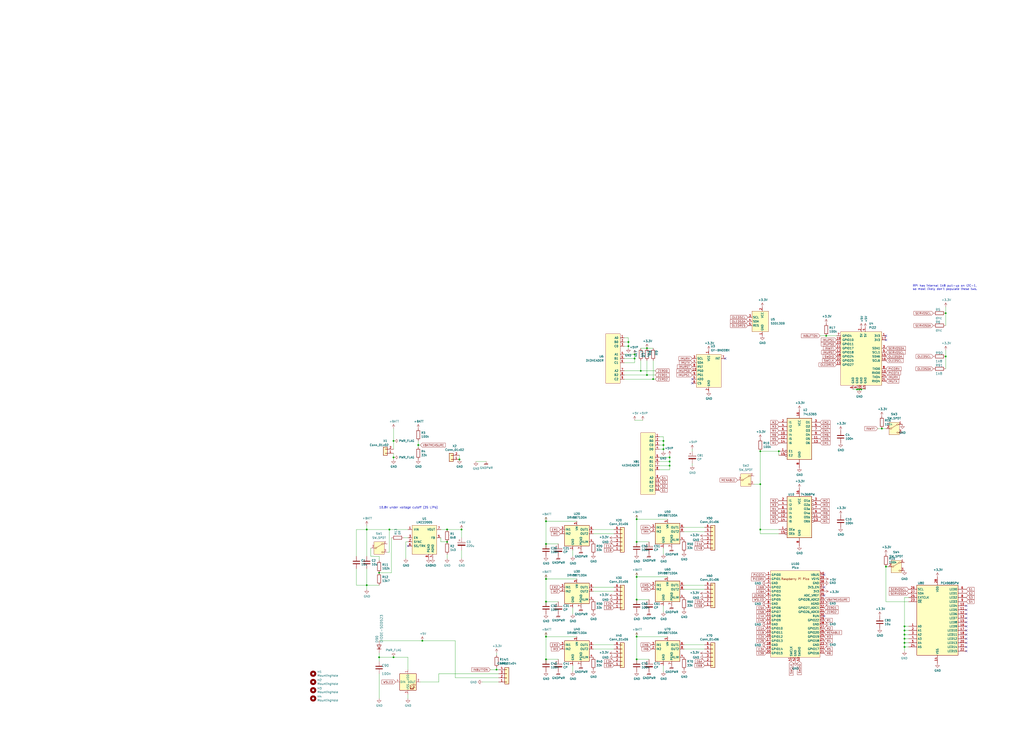
<source format=kicad_sch>
(kicad_sch (version 20230121) (generator eeschema)
  (paper "User" 631.215 449.986)
  (lib_symbols
    (symbol "74xx:74LS365" (pin_names (offset 1.016))
      (property "Reference" "U" (at -7.62 13.97 0))
      (property "Value" "74LS365" (at -7.62 -13.97 0))
      (symbol "74LS365_1_0"
        (pin input inverted (at -12.7 -7.62 0) (length 5.08) (name "E1") (number "1"))
        (pin input line (at -12.7 2.54 0) (length 5.08) (name "I4") (number "10"))
        (pin tri_state line (at 12.7 0 180) (length 5.08) (name "O5") (number "11"))
        (pin input line (at -12.7 0 0) (length 5.08) (name "I5") (number "12"))
        (pin tri_state line (at 12.7 -2.54 180) (length 5.08) (name "O6") (number "13"))
        (pin input line (at -12.7 -2.54 0) (length 5.08) (name "I6") (number "14"))
        (pin input inverted (at -12.7 -10.16 0) (length 5.08) (name "E2") (number "15"))
        (pin power_in line (at 0 17.78 270) (length 5.08) (name "VCC") (number "16"))
        (pin input line (at -12.7 10.16 0) (length 5.08) (name "I1") (number "2"))
        (pin tri_state line (at 12.7 10.16 180) (length 5.08) (name "O1") (number "3"))
        (pin input line (at -12.7 7.62 0) (length 5.08) (name "I2") (number "4"))
        (pin tri_state line (at 12.7 7.62 180) (length 5.08) (name "O2") (number "5"))
        (pin input line (at -12.7 5.08 0) (length 5.08) (name "I3") (number "6"))
        (pin tri_state line (at 12.7 5.08 180) (length 5.08) (name "O3") (number "7"))
        (pin power_in line (at 0 -17.78 90) (length 5.08) (name "GND") (number "8"))
        (pin tri_state line (at 12.7 2.54 180) (length 5.08) (name "O4") (number "9"))
      )
    )
    (symbol "74xx:74LS368" (pin_names (offset 1.016))
      (property "Reference" "U" (at -7.62 13.97 0))
      (property "Value" "74LS368" (at -7.62 -13.97 0))
      (symbol "74LS368_1_0"
        (pin input inverted (at -12.7 -7.62 0) (length 5.08) (name "OEa") (number "1"))
        (pin input line (at -12.7 2.54 0) (length 5.08) (name "I4") (number "10"))
        (pin tri_state inverted (at 12.7 0 180) (length 5.08) (name "O5b") (number "11"))
        (pin input line (at -12.7 0 0) (length 5.08) (name "I5") (number "12"))
        (pin tri_state inverted (at 12.7 -2.54 180) (length 5.08) (name "O6b") (number "13"))
        (pin input line (at -12.7 -2.54 0) (length 5.08) (name "I6") (number "14"))
        (pin input inverted (at -12.7 -10.16 0) (length 5.08) (name "OEb") (number "15"))
        (pin power_in line (at 0 17.78 270) (length 5.08) (name "VCC") (number "16"))
        (pin input line (at -12.7 10.16 0) (length 5.08) (name "I1") (number "2"))
        (pin tri_state inverted (at 12.7 10.16 180) (length 5.08) (name "O1a") (number "3"))
        (pin input line (at -12.7 7.62 0) (length 5.08) (name "I2") (number "4"))
        (pin tri_state inverted (at 12.7 7.62 180) (length 5.08) (name "O2a") (number "5"))
        (pin input line (at -12.7 5.08 0) (length 5.08) (name "I3") (number "6"))
        (pin tri_state inverted (at 12.7 5.08 180) (length 5.08) (name "O3a") (number "7"))
        (pin power_in line (at 0 -17.78 90) (length 5.08) (name "GND") (number "8"))
        (pin tri_state inverted (at 12.7 2.54 180) (length 5.08) (name "O4a") (number "9"))
      )
    )
    (symbol "Connector_Generic:Conn_01x02" (pin_names (offset 1.016) hide)
      (property "Reference" "J" (at 0 2.54 0))
      (property "Value" "Conn_01x02" (at 0 -5.08 0))
      (symbol "Conn_01x02_1_1"
        (pin passive line (at -5.08 0 0) (length 3.81) (name "Pin_1") (number "1"))
        (pin passive line (at -5.08 -2.54 0) (length 3.81) (name "Pin_2") (number "2"))
      )
    )
    (symbol "Connector_Generic:Conn_01x04" (pin_names (offset 1.016) hide)
      (property "Reference" "J" (at 0 5.08 0))
      (property "Value" "Conn_01x04" (at 0 -7.62 0))
      (symbol "Conn_01x04_1_1"
        (pin passive line (at -5.08 2.54 0) (length 3.81) (name "Pin_1") (number "1"))
        (pin passive line (at -5.08 0 0) (length 3.81) (name "Pin_2") (number "2"))
        (pin passive line (at -5.08 -2.54 0) (length 3.81) (name "Pin_3") (number "3"))
        (pin passive line (at -5.08 -5.08 0) (length 3.81) (name "Pin_4") (number "4"))
      )
    )
    (symbol "Connector_Generic:Conn_01x06" (pin_names (offset 1.016) hide)
      (property "Reference" "J" (at 0 7.62 0))
      (property "Value" "Conn_01x06" (at 0 -10.16 0))
      (symbol "Conn_01x06_1_1"
        (pin passive line (at -5.08 5.08 0) (length 3.81) (name "Pin_1") (number "1"))
        (pin passive line (at -5.08 2.54 0) (length 3.81) (name "Pin_2") (number "2"))
        (pin passive line (at -5.08 0 0) (length 3.81) (name "Pin_3") (number "3"))
        (pin passive line (at -5.08 -2.54 0) (length 3.81) (name "Pin_4") (number "4"))
        (pin passive line (at -5.08 -5.08 0) (length 3.81) (name "Pin_5") (number "5"))
        (pin passive line (at -5.08 -7.62 0) (length 3.81) (name "Pin_6") (number "6"))
      )
    )
    (symbol "Device:C" (pin_numbers hide) (pin_names (offset 0.254))
      (property "Reference" "C" (at 0.635 2.54 0))
      (property "Value" "C" (at 0.635 -2.54 0))
      (symbol "C_1_1"
        (pin passive line (at 0 3.81 270) (length 2.794) (name "~") (number "1"))
        (pin passive line (at 0 -3.81 90) (length 2.794) (name "~") (number "2"))
      )
    )
    (symbol "Device:C_Polarized" (pin_numbers hide) (pin_names (offset 0.254))
      (property "Reference" "C" (at 0.635 2.54 0))
      (property "Value" "C_Polarized" (at 0.635 -2.54 0))
      (symbol "C_Polarized_1_1"
        (pin passive line (at 0 3.81 270) (length 2.794) (name "~") (number "1"))
        (pin passive line (at 0 -3.81 90) (length 2.794) (name "~") (number "2"))
      )
    )
    (symbol "Device:D" (pin_numbers hide) (pin_names (offset 1.016) hide)
      (property "Reference" "D" (at 0 2.54 0))
      (property "Value" "D" (at 0 -2.54 0))
      (symbol "D_1_1"
        (pin passive line (at -3.81 0 0) (length 2.54) (name "K") (number "1"))
        (pin passive line (at 3.81 0 180) (length 2.54) (name "A") (number "2"))
      )
    )
    (symbol "Device:R" (pin_numbers hide) (pin_names (offset 0))
      (property "Reference" "R" (at 2.032 0 90))
      (property "Value" "R" (at 0 0 90))
      (symbol "R_1_1"
        (pin passive line (at 0 3.81 270) (length 1.27) (name "~") (number "1"))
        (pin passive line (at 0 -3.81 90) (length 1.27) (name "~") (number "2"))
      )
    )
    (symbol "Driver_LED:PCA9685PW"
      (property "Reference" "U" (at -12.7 22.225 0))
      (property "Value" "PCA9685PW" (at 1.27 22.225 0))
      (symbol "PCA9685PW_1_1"
        (pin input line (at -17.78 -5.08 0) (length 5.08) (name "A0") (number "1"))
        (pin output line (at 17.78 7.62 180) (length 5.08) (name "LED4") (number "10"))
        (pin output line (at 17.78 5.08 180) (length 5.08) (name "LED5") (number "11"))
        (pin output line (at 17.78 2.54 180) (length 5.08) (name "LED6") (number "12"))
        (pin output line (at 17.78 0 180) (length 5.08) (name "LED7") (number "13"))
        (pin power_in line (at 0 -27.94 90) (length 5.08) (name "VSS") (number "14"))
        (pin output line (at 17.78 -2.54 180) (length 5.08) (name "LED8") (number "15"))
        (pin output line (at 17.78 -5.08 180) (length 5.08) (name "LED9") (number "16"))
        (pin output line (at 17.78 -7.62 180) (length 5.08) (name "LED10") (number "17"))
        (pin output line (at 17.78 -10.16 180) (length 5.08) (name "LED11") (number "18"))
        (pin output line (at 17.78 -12.7 180) (length 5.08) (name "LED12") (number "19"))
        (pin input line (at -17.78 -7.62 0) (length 5.08) (name "A1") (number "2"))
        (pin output line (at 17.78 -15.24 180) (length 5.08) (name "LED13") (number "20"))
        (pin output line (at 17.78 -17.78 180) (length 5.08) (name "LED14") (number "21"))
        (pin output line (at 17.78 -20.32 180) (length 5.08) (name "LED15") (number "22"))
        (pin input line (at -17.78 10.16 0) (length 5.08) (name "~{OE}") (number "23"))
        (pin input line (at -17.78 -17.78 0) (length 5.08) (name "A5") (number "24"))
        (pin input line (at -17.78 12.7 0) (length 5.08) (name "EXTCLK") (number "25"))
        (pin input line (at -17.78 17.78 0) (length 5.08) (name "SCL") (number "26"))
        (pin bidirectional line (at -17.78 15.24 0) (length 5.08) (name "SDA") (number "27"))
        (pin power_in line (at 0 25.4 270) (length 5.08) (name "VDD") (number "28"))
        (pin input line (at -17.78 -10.16 0) (length 5.08) (name "A2") (number "3"))
        (pin input line (at -17.78 -12.7 0) (length 5.08) (name "A3") (number "4"))
        (pin input line (at -17.78 -15.24 0) (length 5.08) (name "A4") (number "5"))
        (pin output line (at 17.78 17.78 180) (length 5.08) (name "LED0") (number "6"))
        (pin output line (at 17.78 15.24 180) (length 5.08) (name "LED1") (number "7"))
        (pin output line (at 17.78 12.7 180) (length 5.08) (name "LED2") (number "8"))
        (pin output line (at 17.78 10.16 180) (length 5.08) (name "LED3") (number "9"))
      )
    )
    (symbol "LED:WS2812B" (pin_names (offset 0.254))
      (property "Reference" "D" (at 5.08 5.715 0))
      (property "Value" "WS2812B" (at 1.27 -5.715 0))
      (symbol "WS2812B_0_0"
        (text "RGB" (at 2.286 -4.191 0) (effects (font (size 0.762 0.762))))
      )
      (symbol "WS2812B_1_1"
        (pin power_in line (at 0 7.62 270) (length 2.54) (name "VDD") (number "1"))
        (pin output line (at 7.62 0 180) (length 2.54) (name "DOUT") (number "2"))
        (pin power_in line (at 0 -7.62 90) (length 2.54) (name "VSS") (number "3"))
        (pin input line (at -7.62 0 0) (length 2.54) (name "DIN") (number "4"))
      )
    )
    (symbol "Mechanical:MountingHole" (pin_names (offset 1.016))
      (property "Reference" "H" (at 0 5.08 0))
      (property "Value" "MountingHole" (at 0 3.175 0))
    )
    (symbol "Switch:SW_SPDT" (pin_names (offset 0) hide)
      (property "Reference" "SW" (at 0 5.08 0))
      (property "Value" "SW_SPDT" (at 0 -5.08 0))
      (symbol "SW_SPDT_1_1"
        (pin passive line (at 5.08 2.54 180) (length 2.54) (name "A") (number "1"))
        (pin passive line (at -5.08 0 0) (length 2.54) (name "B") (number "2"))
        (pin passive line (at 5.08 -2.54 180) (length 2.54) (name "C") (number "3"))
      )
    )
    (symbol "_r5:3X3HEADER" (pin_names (offset 1.016))
      (property "Reference" "U" (at -5.08 19.05 0))
      (property "Value" "3X3HEADER" (at 2.54 19.05 0))
      (symbol "3X3HEADER_1_1"
        (pin passive line (at -7.62 15.24 0) (length 2.54) (name "A0") (number "1"))
        (pin passive line (at -7.62 12.7 0) (length 2.54) (name "B0") (number "2"))
        (pin passive line (at -7.62 10.16 0) (length 2.54) (name "C0") (number "3"))
        (pin passive line (at -7.62 5.08 0) (length 2.54) (name "A1") (number "4"))
        (pin passive line (at -7.62 2.54 0) (length 2.54) (name "B1") (number "5"))
        (pin passive line (at -7.62 0 0) (length 2.54) (name "C1") (number "6"))
        (pin passive line (at -7.62 -5.08 0) (length 2.54) (name "A2") (number "7"))
        (pin passive line (at -7.62 -7.62 0) (length 2.54) (name "B2") (number "8"))
        (pin passive line (at -7.62 -10.16 0) (length 2.54) (name "C2") (number "9"))
      )
    )
    (symbol "_r5:4X3HEADER" (pin_names (offset 1.016))
      (property "Reference" "U" (at -5.08 19.05 0))
      (property "Value" "4X3HEADER" (at 2.54 19.05 0))
      (symbol "4X3HEADER_1_1"
        (pin passive line (at -7.62 15.24 0) (length 2.54) (name "A0") (number "1"))
        (pin passive line (at -7.62 -12.7 0) (length 2.54) (name "B2") (number "10"))
        (pin passive line (at -7.62 -15.24 0) (length 2.54) (name "C2") (number "11"))
        (pin passive line (at -7.62 -17.78 0) (length 2.54) (name "D2") (number "12"))
        (pin passive line (at -7.62 12.7 0) (length 2.54) (name "B0") (number "2"))
        (pin passive line (at -7.62 10.16 0) (length 2.54) (name "C0") (number "3"))
        (pin passive line (at -7.62 7.62 0) (length 2.54) (name "D0") (number "4"))
        (pin passive line (at -7.62 2.54 0) (length 2.54) (name "A1") (number "5"))
        (pin passive line (at -7.62 0 0) (length 2.54) (name "B1") (number "6"))
        (pin passive line (at -7.62 -2.54 0) (length 2.54) (name "C1") (number "7"))
        (pin passive line (at -7.62 -5.08 0) (length 2.54) (name "D1") (number "8"))
        (pin passive line (at -7.62 -10.16 0) (length 2.54) (name "A2") (number "9"))
      )
    )
    (symbol "_r5:DRV8871DDA"
      (property "Reference" "U" (at -6.35 6.35 0))
      (property "Value" "DRV8871DDA" (at 8.89 6.35 0))
      (symbol "DRV8871DDA_1_1"
        (pin power_in line (at -2.54 -10.16 90) (length 2.54) (name "GND") (number "1"))
        (pin input line (at -10.16 0 0) (length 2.54) (name "IN2") (number "2"))
        (pin input line (at -10.16 2.54 0) (length 2.54) (name "IN1") (number "3"))
        (pin passive line (at 10.16 -5.08 180) (length 2.54) (name "ILIM") (number "4"))
        (pin power_in line (at 0 7.62 270) (length 2.54) (name "VM") (number "5"))
        (pin output line (at 10.16 2.54 180) (length 2.54) (name "OUT1") (number "6"))
        (pin passive line (at 2.54 -10.16 90) (length 2.54) (name "PGND") (number "7"))
        (pin output line (at 10.16 0 180) (length 2.54) (name "OUT2") (number "8"))
        (pin passive line (at -2.54 -10.16 90) (length 2.54) hide (name "GND") (number "9"))
      )
    )
    (symbol "_r5:GY-BNO08X"
      (property "Reference" "U" (at 3.81 11.43 0))
      (property "Value" "GY-BNO08X" (at 8.89 13.97 0))
      (symbol "GY-BNO08X_1_1"
        (pin power_in line (at 0 12.7 270) (length 2.54) (name "VCC") (number "1"))
        (pin input line (at -10.16 0 0) (length 2.54) (name "PS0") (number "10"))
        (pin power_in line (at 0 -12.7 90) (length 2.54) (name "GND") (number "2"))
        (pin input line (at -10.16 7.62 0) (length 2.54) (name "SCL") (number "3"))
        (pin bidirectional line (at -10.16 5.08 0) (length 2.54) (name "SDA") (number "4"))
        (pin bidirectional line (at -10.16 -5.08 0) (length 2.54) (name "ADO") (number "5"))
        (pin input line (at -10.16 -7.62 0) (length 2.54) (name "CS") (number "6"))
        (pin output line (at 10.16 7.62 180) (length 2.54) (name "INT") (number "7"))
        (pin input line (at -10.16 2.54 0) (length 2.54) (name "RST") (number "8"))
        (pin input line (at -10.16 -2.54 0) (length 2.54) (name "PS1") (number "9"))
      )
    )
    (symbol "_r5:LMZ22005" (pin_names (offset 1.016))
      (property "Reference" "U" (at 6.35 8.89 0))
      (property "Value" "LMZ22005" (at -2.54 8.89 0))
      (symbol "LMZ22005_1_1"
        (pin power_in line (at -10.16 5.08 0) (length 2.54) (name "VIN") (number "1"))
        (pin input line (at -10.16 -2.54 0) (length 2.54) (name "SYNC") (number "2"))
        (pin input line (at -10.16 0 0) (length 2.54) (name "EN") (number "3"))
        (pin power_in line (at 5.08 -12.7 90) (length 2.54) (name "AGND") (number "4"))
        (pin input line (at 10.16 0 180) (length 2.54) (name "FB") (number "5"))
        (pin input line (at -10.16 -5.08 0) (length 2.54) (name "SS/TRK") (number "6"))
        (pin power_out line (at 10.16 5.08 180) (length 2.54) (name "VOUT") (number "7"))
        (pin power_in line (at 2.54 -12.7 90) (length 2.54) (name "PGND") (number "8"))
      )
    )
    (symbol "_r5:OLED"
      (property "Reference" "U" (at 3.81 10.16 0))
      (property "Value" "SDD1309" (at 3.81 7.62 0))
      (symbol "OLED_1_1"
        (pin power_in line (at 1.27 -8.89 90) (length 2.54) (name "GND") (number "1"))
        (pin power_in line (at 1.27 8.89 270) (length 2.54) (name "VCC") (number "2"))
        (pin input line (at -7.62 2.54 0) (length 2.54) (name "SCL") (number "3"))
        (pin input line (at -7.62 0 0) (length 2.54) (name "SDA") (number "4"))
        (pin input line (at -7.62 -2.54 0) (length 2.54) (name "RES") (number "5"))
      )
    )
    (symbol "_r5:PI24" (pin_names (offset 1.016))
      (property "Reference" "U" (at 11.43 13.97 0))
      (property "Value" "PI22" (at -10.16 13.97 0))
      (symbol "PI24_1_1"
        (pin power_out line (at 15.24 10.16 180) (length 2.54) (name "3V3") (number "1"))
        (pin input line (at 15.24 -12.7 180) (length 2.54) (name "RXD0") (number "10"))
        (pin bidirectional line (at -15.24 2.54 0) (length 2.54) (name "GPIO17") (number "11"))
        (pin bidirectional line (at -15.24 0 0) (length 2.54) (name "GPIO18") (number "12"))
        (pin bidirectional line (at -15.24 -7.62 0) (length 2.54) (name "GPIO27") (number "13"))
        (pin power_in line (at 2.54 -22.86 90) (length 2.54) (name "GND") (number "14"))
        (pin bidirectional line (at 15.24 -2.54 180) (length 2.54) (name "SDA6") (number "15"))
        (pin output line (at 15.24 -5.08 180) (length 2.54) (name "SCL6") (number "16"))
        (pin power_out line (at 15.24 7.62 180) (length 2.54) (name "3V3") (number "17"))
        (pin bidirectional line (at -15.24 -2.54 0) (length 2.54) (name "GPIO24") (number "18"))
        (pin bidirectional line (at -15.24 7.62 0) (length 2.54) (name "GPIO10") (number "19"))
        (pin power_in line (at 0 15.24 270) (length 2.54) (name "5V") (number "2"))
        (pin power_in line (at 0 -22.86 90) (length 2.54) (name "GND") (number "20"))
        (pin input line (at 15.24 -17.78 180) (length 2.54) (name "RXD4") (number "21"))
        (pin bidirectional line (at -15.24 -5.08 0) (length 2.54) (name "GPIO25") (number "22"))
        (pin bidirectional line (at -15.24 5.08 0) (length 2.54) (name "GPIO11") (number "23"))
        (pin output line (at 15.24 -15.24 180) (length 2.54) (name "TXD4") (number "24"))
        (pin bidirectional line (at 15.24 2.54 180) (length 2.54) (name "SDA1") (number "3"))
        (pin power_in line (at 2.54 15.24 270) (length 2.54) (name "5V") (number "4"))
        (pin output line (at 15.24 0 180) (length 2.54) (name "SCL1") (number "5"))
        (pin power_in line (at -5.08 -22.86 90) (length 2.54) (name "GND") (number "6"))
        (pin bidirectional line (at -15.24 10.16 0) (length 2.54) (name "GPIO4") (number "7"))
        (pin output line (at 15.24 -10.16 180) (length 2.54) (name "TXD0") (number "8"))
        (pin power_in line (at -2.54 -22.86 90) (length 2.54) (name "GND") (number "9"))
      )
    )
    (symbol "_r5:RaspberryPiPico"
      (property "Reference" "U" (at -13.97 27.94 0))
      (property "Value" "RaspberryPiPico" (at 0 19.05 0))
      (symbol "RaspberryPiPico_0_0"
        (text "Raspberry Pi Pico" (at 0 21.59 0) (effects (font (size 1.27 1.27))))
      )
      (symbol "RaspberryPiPico_1_1"
        (pin bidirectional line (at -17.78 24.13 0) (length 2.54) (name "GPIO0") (number "1"))
        (pin bidirectional line (at -17.78 1.27 0) (length 2.54) (name "GPIO7") (number "10"))
        (pin bidirectional line (at -17.78 -1.27 0) (length 2.54) (name "GPIO8") (number "11"))
        (pin bidirectional line (at -17.78 -3.81 0) (length 2.54) (name "GPIO9") (number "12"))
        (pin power_in line (at -17.78 -6.35 0) (length 2.54) (name "GND") (number "13"))
        (pin bidirectional line (at -17.78 -8.89 0) (length 2.54) (name "GPIO10") (number "14"))
        (pin bidirectional line (at -17.78 -11.43 0) (length 2.54) (name "GPIO11") (number "15"))
        (pin bidirectional line (at -17.78 -13.97 0) (length 2.54) (name "GPIO12") (number "16"))
        (pin bidirectional line (at -17.78 -16.51 0) (length 2.54) (name "GPIO13") (number "17"))
        (pin power_in line (at -17.78 -19.05 0) (length 2.54) (name "GND") (number "18"))
        (pin bidirectional line (at -17.78 -21.59 0) (length 2.54) (name "GPIO14") (number "19"))
        (pin bidirectional line (at -17.78 21.59 0) (length 2.54) (name "GPIO1") (number "2"))
        (pin bidirectional line (at -17.78 -24.13 0) (length 2.54) (name "GPIO15") (number "20"))
        (pin bidirectional line (at 17.78 -24.13 180) (length 2.54) (name "GPIO16") (number "21"))
        (pin bidirectional line (at 17.78 -21.59 180) (length 2.54) (name "GPIO17") (number "22"))
        (pin power_in line (at 17.78 -19.05 180) (length 2.54) (name "GND") (number "23"))
        (pin bidirectional line (at 17.78 -16.51 180) (length 2.54) (name "GPIO18") (number "24"))
        (pin bidirectional line (at 17.78 -13.97 180) (length 2.54) (name "GPIO19") (number "25"))
        (pin bidirectional line (at 17.78 -11.43 180) (length 2.54) (name "GPIO20") (number "26"))
        (pin bidirectional line (at 17.78 -8.89 180) (length 2.54) (name "GPIO21") (number "27"))
        (pin power_in line (at 17.78 -6.35 180) (length 2.54) (name "GND") (number "28"))
        (pin bidirectional line (at 17.78 -3.81 180) (length 2.54) (name "GPIO22") (number "29"))
        (pin power_in line (at -17.78 19.05 0) (length 2.54) (name "GND") (number "3"))
        (pin input line (at 17.78 -1.27 180) (length 2.54) (name "RUN") (number "30"))
        (pin bidirectional line (at 17.78 1.27 180) (length 2.54) (name "GPIO26_ADC0") (number "31"))
        (pin bidirectional line (at 17.78 3.81 180) (length 2.54) (name "GPIO27_ADC1") (number "32"))
        (pin power_in line (at 17.78 6.35 180) (length 2.54) (name "AGND") (number "33"))
        (pin bidirectional line (at 17.78 8.89 180) (length 2.54) (name "GPIO28_ADC2") (number "34"))
        (pin power_in line (at 17.78 11.43 180) (length 2.54) (name "ADC_VREF") (number "35"))
        (pin power_in line (at 17.78 13.97 180) (length 2.54) (name "3V3") (number "36"))
        (pin input line (at 17.78 16.51 180) (length 2.54) (name "3V3_EN") (number "37"))
        (pin bidirectional line (at 17.78 19.05 180) (length 2.54) (name "GND") (number "38"))
        (pin power_in line (at 17.78 21.59 180) (length 2.54) (name "VSYS") (number "39"))
        (pin bidirectional line (at -17.78 16.51 0) (length 2.54) (name "GPIO2") (number "4"))
        (pin power_in line (at 17.78 24.13 180) (length 2.54) (name "VBUS") (number "40"))
        (pin input line (at -2.54 -29.21 90) (length 2.54) (name "SWCLK") (number "41"))
        (pin power_in line (at 0 -29.21 90) (length 2.54) (name "GND") (number "42"))
        (pin bidirectional line (at 2.54 -29.21 90) (length 2.54) (name "SWDIO") (number "43"))
        (pin bidirectional line (at -17.78 13.97 0) (length 2.54) (name "GPIO3") (number "5"))
        (pin bidirectional line (at -17.78 11.43 0) (length 2.54) (name "GPIO4") (number "6"))
        (pin bidirectional line (at -17.78 8.89 0) (length 2.54) (name "GPIO5") (number "7"))
        (pin power_in line (at -17.78 6.35 0) (length 2.54) (name "GND") (number "8"))
        (pin bidirectional line (at -17.78 3.81 0) (length 2.54) (name "GPIO6") (number "9"))
      )
    )
    (symbol "power:+3.3V" (power) (pin_names (offset 0))
      (property "Value" "+3.3V" (at 0 3.556 0))
      (symbol "+3.3V_1_1"
        (pin power_in line (at 0 0 90) (length 0) hide (name "+3.3V") (number "1"))
      )
    )
    (symbol "power:+5V" (power) (pin_names (offset 0))
      (property "Value" "+5V" (at 0 3.556 0))
      (symbol "+5V_1_1"
        (pin power_in line (at 0 0 90) (length 0) hide (name "+5V") (number "1"))
      )
    )
    (symbol "power:+5VP" (power) (pin_names (offset 0))
      (property "Value" "+5VP" (at 0 3.556 0))
      (symbol "+5VP_1_1"
        (pin power_in line (at 0 0 90) (length 0) hide (name "+5VP") (number "1"))
      )
    )
    (symbol "power:+BATT" (power) (pin_names (offset 0))
      (property "Value" "+BATT" (at 0 3.556 0))
      (symbol "+BATT_1_1"
        (pin power_in line (at 0 0 90) (length 0) hide (name "+BATT") (number "1"))
      )
    )
    (symbol "power:GND" (power) (pin_names (offset 0))
      (property "Value" "GND" (at 0 -3.81 0))
      (symbol "GND_1_1"
        (pin power_in line (at 0 0 270) (length 0) hide (name "GND") (number "1"))
      )
    )
    (symbol "power:GNDPWR" (power) (pin_names (offset 0))
      (property "Value" "GNDPWR" (at 0 -3.302 0))
      (symbol "GNDPWR_1_1"
        (pin power_in line (at 0 0 270) (length 0) hide (name "GNDPWR") (number "1"))
      )
    )
    (symbol "power:PWR_FLAG" (power) (pin_numbers hide) (pin_names (offset 0) hide)
      (property "Value" "PWR_FLAG" (at 0 3.81 0))
      (symbol "PWR_FLAG_0_0"
        (pin power_out line (at 0 0 90) (length 0) (name "pwr") (number "1"))
      )
    )
  )
  (junction (at 412.75 281.94))
  (junction (at 392.43 406.4))
  (junction (at 233.68 353.06))
  (junction (at 391.16 220.98))
  (junction (at 226.06 326.39))
  (junction (at 557.53 391.16))
  (junction (at 468.63 278.13))
  (junction (at 408.94 271.78))
  (junction (at 336.55 392.43))
  (junction (at 387.35 210.82))
  (junction (at 284.48 326.39))
  (junction (at 530.86 240.03))
  (junction (at 242.57 405.13))
  (junction (at 336.55 370.84))
  (junction (at 242.57 281.94))
  (junction (at 233.68 405.13))
  (junction (at 275.59 326.39))
  (junction (at 387.35 213.36))
  (junction (at 398.78 231.14))
  (junction (at 242.57 271.78))
  (junction (at 480.06 278.13))
  (junction (at 392.43 320.04))
  (junction (at 336.55 356.87))
  (junction (at 240.03 326.39))
  (junction (at 392.43 334.01))
  (junction (at 582.93 193.04))
  (junction (at 226.06 360.68))
  (junction (at 509.27 207.01))
  (junction (at 557.53 388.62))
  (junction (at 394.97 228.6))
  (junction (at 557.53 393.7))
  (junction (at 557.53 386.08))
  (junction (at 528.32 240.03))
  (junction (at 529.59 240.03))
  (junction (at 557.53 396.24))
  (junction (at 260.35 394.97))
  (junction (at 392.43 355.6))
  (junction (at 468.63 326.39))
  (junction (at 336.55 335.28))
  (junction (at 257.81 274.32))
  (junction (at 392.43 369.57))
  (junction (at 408.94 274.32))
  (junction (at 306.07 412.75))
  (junction (at 402.59 233.68))
  (junction (at 283.21 283.21))
  (junction (at 412.75 284.48))
  (junction (at 398.78 214.63))
  (junction (at 546.1 349.25))
  (junction (at 557.53 398.78))
  (junction (at 408.94 276.86))
  (junction (at 543.56 264.16))
  (junction (at 391.16 218.44))
  (junction (at 336.55 406.4))
  (junction (at 412.75 287.02))
  (junction (at 582.93 219.71))
  (junction (at 392.43 392.43))
  (junction (at 468.63 298.45))
  (junction (at 275.59 334.01))
  (junction (at 336.55 321.31))
  (no_connect (at 546.1 209.55))
  (no_connect (at 595.63 383.54))
  (no_connect (at 251.46 336.55))
  (no_connect (at 595.63 381))
  (no_connect (at 508 367.03))
  (no_connect (at 595.63 391.16))
  (no_connect (at 546.1 207.01))
  (no_connect (at 508 361.95))
  (no_connect (at 447.04 220.98))
  (no_connect (at 595.63 375.92))
  (no_connect (at 595.63 388.62))
  (no_connect (at 595.63 398.78))
  (no_connect (at 595.63 373.38))
  (no_connect (at 426.72 236.22))
  (no_connect (at 595.63 378.46))
  (no_connect (at 595.63 396.24))
  (no_connect (at 508 354.33))
  (no_connect (at 595.63 393.7))
  (no_connect (at 508 379.73))
  (no_connect (at 595.63 386.08))
  (no_connect (at 595.63 401.32))
  (no_connect (at 426.72 233.68))
  (wire (pts (xy 468.63 278.13) (xy 480.06 278.13)))
  (wire (pts (xy 384.81 210.82) (xy 387.35 210.82)))
  (wire (pts (xy 283.21 280.67) (xy 283.21 283.21)))
  (wire (pts (xy 391.16 223.52) (xy 391.16 220.98)))
  (wire (pts (xy 233.68 407.67) (xy 233.68 405.13)))
  (wire (pts (xy 226.06 360.68) (xy 233.68 360.68)))
  (wire (pts (xy 336.55 356.87) (xy 355.6 356.87)))
  (wire (pts (xy 242.57 281.94) (xy 242.57 283.21)))
  (wire (pts (xy 336.55 392.43) (xy 336.55 406.4)))
  (wire (pts (xy 242.57 405.13) (xy 251.46 405.13)))
  (wire (pts (xy 275.59 334.01) (xy 271.78 334.01)))
  (wire (pts (xy 468.63 278.13) (xy 468.63 298.45)))
  (wire (pts (xy 284.48 339.09) (xy 284.48 344.17)))
  (wire (pts (xy 336.55 370.84) (xy 336.55 373.38)))
  (wire (pts (xy 387.35 210.82) (xy 387.35 208.28)))
  (wire (pts (xy 394.97 214.63) (xy 398.78 214.63)))
  (wire (pts (xy 392.43 320.04) (xy 411.48 320.04)))
  (wire (pts (xy 557.53 391.16) (xy 557.53 393.7)))
  (wire (pts (xy 270.51 415.29) (xy 270.51 420.37)))
  (wire (pts (xy 421.64 325.12) (xy 434.34 325.12)))
  (wire (pts (xy 226.06 326.39) (xy 226.06 342.9)))
  (wire (pts (xy 560.07 370.84) (xy 546.1 370.84)))
  (wire (pts (xy 421.64 360.68) (xy 434.34 360.68)))
  (wire (pts (xy 365.76 397.51) (xy 378.46 397.51)))
  (wire (pts (xy 226.06 326.39) (xy 240.03 326.39)))
  (wire (pts (xy 336.55 370.84) (xy 344.17 370.84)))
  (wire (pts (xy 284.48 326.39) (xy 284.48 331.47)))
  (wire (pts (xy 302.26 412.75) (xy 306.07 412.75)))
  (wire (pts (xy 240.03 326.39) (xy 251.46 326.39)))
  (wire (pts (xy 408.94 414.02) (xy 408.94 410.21)))
  (wire (pts (xy 306.07 402.59) (xy 306.07 403.86)))
  (wire (pts (xy 546.1 349.25) (xy 546.1 370.84)))
  (wire (pts (xy 582.93 215.9) (xy 582.93 219.71)))
  (wire (pts (xy 293.37 284.48) (xy 299.72 284.48)))
  (wire (pts (xy 408.94 276.86) (xy 408.94 274.32)))
  (wire (pts (xy 421.64 327.66) (xy 434.34 327.66)))
  (wire (pts (xy 505.46 207.01) (xy 509.27 207.01)))
  (wire (pts (xy 392.43 369.57) (xy 392.43 372.11)))
  (wire (pts (xy 384.81 208.28) (xy 387.35 208.28)))
  (wire (pts (xy 233.68 415.29) (xy 233.68 430.53)))
  (wire (pts (xy 394.97 228.6) (xy 403.86 228.6)))
  (wire (pts (xy 251.46 334.01) (xy 250.19 334.01)))
  (wire (pts (xy 464.82 298.45) (xy 468.63 298.45)))
  (wire (pts (xy 280.67 417.83) (xy 307.34 417.83)))
  (wire (pts (xy 251.46 430.53) (xy 251.46 427.99)))
  (wire (pts (xy 406.4 287.02) (xy 412.75 287.02)))
  (wire (pts (xy 275.59 326.39) (xy 284.48 326.39)))
  (wire (pts (xy 582.93 219.71) (xy 582.93 227.33)))
  (wire (pts (xy 546.1 349.25) (xy 547.37 349.25)))
  (wire (pts (xy 408.94 341.63) (xy 408.94 337.82)))
  (wire (pts (xy 353.06 342.9) (xy 353.06 339.09)))
  (wire (pts (xy 406.4 276.86) (xy 408.94 276.86)))
  (wire (pts (xy 336.55 318.77) (xy 336.55 321.31)))
  (wire (pts (xy 468.63 328.93) (xy 480.06 328.93)))
  (wire (pts (xy 336.55 406.4) (xy 344.17 406.4)))
  (wire (pts (xy 408.94 278.13) (xy 408.94 276.86)))
  (wire (pts (xy 365.76 361.95) (xy 378.46 361.95)))
  (wire (pts (xy 394.97 222.25) (xy 394.97 228.6)))
  (wire (pts (xy 421.64 397.51) (xy 434.34 397.51)))
  (wire (pts (xy 233.68 405.13) (xy 242.57 405.13)))
  (wire (pts (xy 398.78 222.25) (xy 398.78 231.14)))
  (wire (pts (xy 398.78 231.14) (xy 403.86 231.14)))
  (wire (pts (xy 259.08 274.32) (xy 257.81 274.32)))
  (wire (pts (xy 248.92 331.47) (xy 251.46 331.47)))
  (wire (pts (xy 402.59 222.25) (xy 402.59 233.68)))
  (wire (pts (xy 336.55 356.87) (xy 336.55 370.84)))
  (wire (pts (xy 408.94 271.78) (xy 408.94 269.24)))
  (wire (pts (xy 228.6 337.82) (xy 228.6 342.9)))
  (wire (pts (xy 541.02 264.16) (xy 543.56 264.16)))
  (wire (pts (xy 392.43 369.57) (xy 400.05 369.57)))
  (wire (pts (xy 392.43 355.6) (xy 392.43 369.57)))
  (wire (pts (xy 384.81 223.52) (xy 391.16 223.52)))
  (wire (pts (xy 270.51 415.29) (xy 307.34 415.29)))
  (wire (pts (xy 257.81 274.32) (xy 257.81 275.59)))
  (wire (pts (xy 336.55 335.28) (xy 336.55 337.82)))
  (wire (pts (xy 529.59 240.03) (xy 530.86 240.03)))
  (wire (pts (xy 242.57 271.78) (xy 242.57 276.86)))
  (wire (pts (xy 557.53 398.78) (xy 557.53 401.32)))
  (wire (pts (xy 365.76 326.39) (xy 378.46 326.39)))
  (wire (pts (xy 408.94 377.19) (xy 408.94 373.38)))
  (wire (pts (xy 336.55 389.89) (xy 336.55 392.43)))
  (wire (pts (xy 557.53 396.24) (xy 557.53 398.78)))
  (wire (pts (xy 392.43 320.04) (xy 392.43 334.01)))
  (wire (pts (xy 365.76 400.05) (xy 378.46 400.05)))
  (wire (pts (xy 406.4 289.56) (xy 412.75 289.56)))
  (wire (pts (xy 412.75 287.02) (xy 412.75 284.48)))
  (wire (pts (xy 336.55 321.31) (xy 336.55 335.28)))
  (wire (pts (xy 560.07 386.08) (xy 557.53 386.08)))
  (wire (pts (xy 560.07 396.24) (xy 557.53 396.24)))
  (wire (pts (xy 412.75 281.94) (xy 412.75 280.67)))
  (wire (pts (xy 384.81 213.36) (xy 387.35 213.36)))
  (wire (pts (xy 468.63 326.39) (xy 480.06 326.39)))
  (wire (pts (xy 402.59 233.68) (xy 403.86 233.68)))
  (wire (pts (xy 468.63 328.93) (xy 468.63 326.39)))
  (wire (pts (xy 336.55 392.43) (xy 355.6 392.43)))
  (wire (pts (xy 280.67 394.97) (xy 260.35 394.97)))
  (wire (pts (xy 560.07 398.78) (xy 557.53 398.78)))
  (wire (pts (xy 336.55 335.28) (xy 344.17 335.28)))
  (wire (pts (xy 271.78 334.01) (xy 271.78 331.47)))
  (wire (pts (xy 406.4 271.78) (xy 408.94 271.78)))
  (wire (pts (xy 384.81 231.14) (xy 398.78 231.14)))
  (wire (pts (xy 280.67 417.83) (xy 280.67 394.97)))
  (wire (pts (xy 392.43 392.43) (xy 411.48 392.43)))
  (wire (pts (xy 392.43 334.01) (xy 400.05 334.01)))
  (wire (pts (xy 226.06 323.85) (xy 226.06 326.39)))
  (wire (pts (xy 233.68 402.59) (xy 233.68 405.13)))
  (wire (pts (xy 387.35 213.36) (xy 387.35 210.82)))
  (wire (pts (xy 238.76 340.36) (xy 240.03 340.36)))
  (wire (pts (xy 421.64 363.22) (xy 434.34 363.22)))
  (wire (pts (xy 226.06 326.39) (xy 219.71 326.39)))
  (wire (pts (xy 392.43 353.06) (xy 392.43 355.6)))
  (wire (pts (xy 408.94 269.24) (xy 406.4 269.24)))
  (wire (pts (xy 260.35 394.97) (xy 233.68 394.97)))
  (wire (pts (xy 582.93 193.04) (xy 582.93 200.66)))
  (wire (pts (xy 336.55 406.4) (xy 336.55 408.94)))
  (wire (pts (xy 392.43 334.01) (xy 392.43 336.55)))
  (wire (pts (xy 406.4 281.94) (xy 412.75 281.94)))
  (wire (pts (xy 557.53 368.3) (xy 557.53 386.08)))
  (wire (pts (xy 219.71 360.68) (xy 226.06 360.68)))
  (wire (pts (xy 528.32 240.03) (xy 529.59 240.03)))
  (wire (pts (xy 257.81 271.78) (xy 257.81 274.32)))
  (wire (pts (xy 242.57 279.4) (xy 242.57 281.94)))
  (wire (pts (xy 226.06 360.68) (xy 226.06 363.22)))
  (wire (pts (xy 412.75 289.56) (xy 412.75 287.02)))
  (wire (pts (xy 480.06 278.13) (xy 480.06 280.67)))
  (wire (pts (xy 219.71 350.52) (xy 219.71 360.68)))
  (wire (pts (xy 275.59 341.63) (xy 275.59 344.17)))
  (wire (pts (xy 392.43 389.89) (xy 392.43 392.43)))
  (wire (pts (xy 387.35 214.63) (xy 387.35 213.36)))
  (wire (pts (xy 297.18 420.37) (xy 307.34 420.37)))
  (wire (pts (xy 392.43 355.6) (xy 411.48 355.6)))
  (wire (pts (xy 557.53 368.3) (xy 560.07 368.3)))
  (wire (pts (xy 557.53 393.7) (xy 557.53 396.24)))
  (wire (pts (xy 384.81 228.6) (xy 394.97 228.6)))
  (wire (pts (xy 406.4 284.48) (xy 412.75 284.48)))
  (wire (pts (xy 219.71 326.39) (xy 219.71 342.9)))
  (wire (pts (xy 392.43 406.4) (xy 400.05 406.4)))
  (wire (pts (xy 353.06 378.46) (xy 353.06 374.65)))
  (wire (pts (xy 398.78 214.63) (xy 402.59 214.63)))
  (wire (pts (xy 233.68 353.06) (xy 241.3 353.06)))
  (wire (pts (xy 412.75 284.48) (xy 412.75 281.94)))
  (wire (pts (xy 391.16 259.08) (xy 396.24 259.08)))
  (wire (pts (xy 408.94 274.32) (xy 408.94 271.78)))
  (wire (pts (xy 306.07 412.75) (xy 307.34 412.75)))
  (wire (pts (xy 426.72 285.75) (xy 426.72 287.02)))
  (wire (pts (xy 560.07 393.7) (xy 557.53 393.7)))
  (wire (pts (xy 392.43 317.5) (xy 392.43 320.04)))
  (wire (pts (xy 336.55 354.33) (xy 336.55 356.87)))
  (wire (pts (xy 384.81 220.98) (xy 391.16 220.98)))
  (wire (pts (xy 365.76 364.49) (xy 378.46 364.49)))
  (wire (pts (xy 271.78 326.39) (xy 275.59 326.39)))
  (wire (pts (xy 468.63 298.45) (xy 468.63 326.39)))
  (wire (pts (xy 509.27 207.01) (xy 515.62 207.01)))
  (wire (pts (xy 557.53 388.62) (xy 557.53 391.16)))
  (wire (pts (xy 259.08 420.37) (xy 270.51 420.37)))
  (wire (pts (xy 560.07 388.62) (xy 557.53 388.62)))
  (wire (pts (xy 241.3 331.47) (xy 241.3 353.06)))
  (wire (pts (xy 233.68 342.9) (xy 233.68 345.44)))
  (wire (pts (xy 250.19 334.01) (xy 250.19 344.17)))
  (wire (pts (xy 421.64 400.05) (xy 434.34 400.05)))
  (wire (pts (xy 391.16 220.98) (xy 391.16 218.44)))
  (wire (pts (xy 228.6 342.9) (xy 233.68 342.9)))
  (wire (pts (xy 530.86 240.03) (xy 533.4 240.03)))
  (wire (pts (xy 336.55 321.31) (xy 355.6 321.31)))
  (wire (pts (xy 384.81 218.44) (xy 391.16 218.44)))
  (wire (pts (xy 240.03 326.39) (xy 240.03 340.36)))
  (wire (pts (xy 251.46 412.75) (xy 251.46 405.13)))
  (wire (pts (xy 406.4 274.32) (xy 408.94 274.32)))
  (wire (pts (xy 560.07 391.16) (xy 557.53 391.16)))
  (wire (pts (xy 392.43 392.43) (xy 392.43 406.4)))
  (wire (pts (xy 226.06 350.52) (xy 226.06 360.68)))
  (wire (pts (xy 525.78 240.03) (xy 528.32 240.03)))
  (wire (pts (xy 557.53 386.08) (xy 557.53 388.62)))
  (wire (pts (xy 353.06 414.02) (xy 353.06 410.21)))
  (wire (pts (xy 306.07 411.48) (xy 306.07 412.75)))
  (wire (pts (xy 384.81 233.68) (xy 402.59 233.68)))
  (wire (pts (xy 365.76 328.93) (xy 378.46 328.93)))
  (wire (pts (xy 582.93 189.23) (xy 582.93 193.04)))
  (wire (pts (xy 392.43 406.4) (xy 392.43 408.94)))
  (wire (pts (xy 426.72 276.86) (xy 426.72 278.13)))
  (wire (pts (xy 242.57 264.16) (xy 242.57 271.78)))
  (wire (pts (xy 543.56 264.16) (xy 546.1 264.16)))
  (text "10.8V under voltage cutoff (3S LiPo)" (at 233.68 313.69 0) (effects (font (size 1.27 1.27)) (justify left bottom)))
  (text "RPI has internal 1k8 pull-up on I2C-1,\nso most likely don't populate these two." (at 562.61 179.07 0) (effects (font (size 1.27 1.27)) (justify left bottom)))
  (global_label "E1A" (shape input) (at 378.46 336.55 180) (property "Intersheetrefs" "${INTERSHEET_REFS}" (effects hide)))
  (global_label "OLEDRES" (shape input) (at 461.01 200.66 180) (property "Intersheetrefs" "${INTERSHEET_REFS}" (effects hide)))
  (global_label "S4" (shape input) (at 406.4 294.64 0) (property "Intersheetrefs" "${INTERSHEET_REFS}" (effects hide)))
  (global_label "IM2" (shape input) (at 345.44 364.49 180) (property "Intersheetrefs" "${INTERSHEET_REFS}" (effects hide)))
  (global_label "EM3" (shape input) (at 505.46 262.89 0) (property "Intersheetrefs" "${INTERSHEET_REFS}" (effects hide)))
  (global_label "E1B" (shape input) (at 472.44 389.89 180) (property "Intersheetrefs" "${INTERSHEET_REFS}" (effects hide)))
  (global_label "S1" (shape input) (at 406.4 302.26 0) (property "Intersheetrefs" "${INTERSHEET_REFS}" (effects hide)))
  (global_label "IM2" (shape input) (at 505.46 308.61 0) (property "Intersheetrefs" "${INTERSHEET_REFS}" (effects hide)))
  (global_label "EM6" (shape input) (at 505.46 267.97 0) (property "Intersheetrefs" "${INTERSHEET_REFS}" (effects hide)))
  (global_label "E5A" (shape input) (at 434.34 370.84 180) (property "Intersheetrefs" "${INTERSHEET_REFS}" (effects hide)))
  (global_label "EM4" (shape input) (at 505.46 265.43 0) (property "Intersheetrefs" "${INTERSHEET_REFS}" (effects hide)))
  (global_label "SERVOSCL" (shape input) (at 560.07 363.22 180) (property "Intersheetrefs" "${INTERSHEET_REFS}" (effects hide)))
  (global_label "ZERO2" (shape input) (at 403.86 233.68 0) (property "Intersheetrefs" "${INTERSHEET_REFS}" (effects hide)))
  (global_label "VBATMEASURE" (shape input) (at 508 369.57 0) (property "Intersheetrefs" "${INTERSHEET_REFS}" (effects hide)))
  (global_label "OLEDSCL" (shape input) (at 546.1 222.25 0) (property "Intersheetrefs" "${INTERSHEET_REFS}" (effects hide)))
  (global_label "OLEDSCL" (shape input) (at 461.01 195.58 180) (property "Intersheetrefs" "${INTERSHEET_REFS}" (effects hide)))
  (global_label "SERVOSDA" (shape input) (at 546.1 214.63 0) (property "Intersheetrefs" "${INTERSHEET_REFS}" (effects hide)))
  (global_label "E3B" (shape input) (at 378.46 410.21 180) (property "Intersheetrefs" "${INTERSHEET_REFS}" (effects hide)))
  (global_label "SERVOSDA" (shape input) (at 575.31 200.66 180) (property "Intersheetrefs" "${INTERSHEET_REFS}" (effects hide)))
  (global_label "M2" (shape input) (at 508 387.35 0) (property "Intersheetrefs" "${INTERSHEET_REFS}" (effects hide)))
  (global_label "SWDIO" (shape input) (at 515.62 219.71 180) (property "Intersheetrefs" "${INTERSHEET_REFS}" (effects hide)))
  (global_label "E5B" (shape input) (at 434.34 373.38 180) (property "Intersheetrefs" "${INTERSHEET_REFS}" (effects hide)))
  (global_label "E4B" (shape input) (at 472.44 382.27 180) (property "Intersheetrefs" "${INTERSHEET_REFS}" (effects hide)))
  (global_label "OLEDSDA" (shape input) (at 461.01 198.12 180) (property "Intersheetrefs" "${INTERSHEET_REFS}" (effects hide)))
  (global_label "INBUTTON" (shape input) (at 505.46 207.01 180) (property "Intersheetrefs" "${INTERSHEET_REFS}" (effects hide)))
  (global_label "IMURX" (shape input) (at 426.72 220.98 180) (property "Intersheetrefs" "${INTERSHEET_REFS}" (effects hide)))
  (global_label "S2" (shape input) (at 406.4 299.72 0) (property "Intersheetrefs" "${INTERSHEET_REFS}" (effects hide)))
  (global_label "IMUTX" (shape input) (at 426.72 223.52 180) (property "Intersheetrefs" "${INTERSHEET_REFS}" (effects hide)))
  (global_label "E6A" (shape input) (at 434.34 407.67 180) (property "Intersheetrefs" "${INTERSHEET_REFS}" (effects hide)))
  (global_label "E3A" (shape input) (at 378.46 407.67 180) (property "Intersheetrefs" "${INTERSHEET_REFS}" (effects hide)))
  (global_label "M3" (shape input) (at 480.06 311.15 180) (property "Intersheetrefs" "${INTERSHEET_REFS}" (effects hide)))
  (global_label "OLEDSDA" (shape input) (at 546.1 219.71 0) (property "Intersheetrefs" "${INTERSHEET_REFS}" (effects hide)))
  (global_label "IM4" (shape input) (at 505.46 313.69 0) (property "Intersheetrefs" "${INTERSHEET_REFS}" (effects hide)))
  (global_label "E3A" (shape input) (at 472.44 400.05 180) (property "Intersheetrefs" "${INTERSHEET_REFS}" (effects hide)))
  (global_label "E2B" (shape input) (at 378.46 374.65 180) (property "Intersheetrefs" "${INTERSHEET_REFS}" (effects hide)))
  (global_label "M1" (shape input) (at 480.06 321.31 180) (property "Intersheetrefs" "${INTERSHEET_REFS}" (effects hide)))
  (global_label "EM5" (shape input) (at 401.32 360.68 180) (property "Intersheetrefs" "${INTERSHEET_REFS}" (effects hide)))
  (global_label "EM6" (shape input) (at 401.32 397.51 180) (property "Intersheetrefs" "${INTERSHEET_REFS}" (effects hide)))
  (global_label "E6A" (shape input) (at 472.44 364.49 180) (property "Intersheetrefs" "${INTERSHEET_REFS}" (effects hide)))
  (global_label "S4" (shape input) (at 595.63 370.84 0) (property "Intersheetrefs" "${INTERSHEET_REFS}" (effects hide)))
  (global_label "MENABLE" (shape input) (at 454.66 295.91 180) (property "Intersheetrefs" "${INTERSHEET_REFS}" (effects hide)))
  (global_label "IM3" (shape input) (at 505.46 311.15 0) (property "Intersheetrefs" "${INTERSHEET_REFS}" (effects hide)))
  (global_label "ZERO2" (shape input) (at 508 377.19 0) (property "Intersheetrefs" "${INTERSHEET_REFS}" (effects hide)))
  (global_label "SERVOSCL" (shape input) (at 575.31 193.04 180) (property "Intersheetrefs" "${INTERSHEET_REFS}" (effects hide)))
  (global_label "PICOTX" (shape input) (at 546.1 229.87 0) (property "Intersheetrefs" "${INTERSHEET_REFS}" (effects hide)))
  (global_label "M4" (shape input) (at 508 394.97 0) (property "Intersheetrefs" "${INTERSHEET_REFS}" (effects hide)))
  (global_label "WSLED" (shape input) (at 472.44 369.57 180) (property "Intersheetrefs" "${INTERSHEET_REFS}" (effects hide)))
  (global_label "IMURX" (shape input) (at 546.1 232.41 0) (property "Intersheetrefs" "${INTERSHEET_REFS}" (effects hide)))
  (global_label "IMUPS1" (shape input) (at 515.62 209.55 180) (property "Intersheetrefs" "${INTERSHEET_REFS}" (effects hide)))
  (global_label "ZERO1" (shape input) (at 403.86 231.14 0) (property "Intersheetrefs" "${INTERSHEET_REFS}" (effects hide)))
  (global_label "IM6" (shape input) (at 401.32 400.05 180) (property "Intersheetrefs" "${INTERSHEET_REFS}" (effects hide)))
  (global_label "IM6" (shape input) (at 505.46 316.23 0) (property "Intersheetrefs" "${INTERSHEET_REFS}" (effects hide)))
  (global_label "M5" (shape input) (at 480.06 318.77 180) (property "Intersheetrefs" "${INTERSHEET_REFS}" (effects hide)))
  (global_label "M1" (shape input) (at 508 382.27 0) (property "Intersheetrefs" "${INTERSHEET_REFS}" (effects hide)))
  (global_label "M2" (shape input) (at 480.06 308.61 180) (property "Intersheetrefs" "${INTERSHEET_REFS}" (effects hide)))
  (global_label "E2A" (shape input) (at 472.44 392.43 180) (property "Intersheetrefs" "${INTERSHEET_REFS}" (effects hide)))
  (global_label "E2B" (shape input) (at 472.44 394.97 180) (property "Intersheetrefs" "${INTERSHEET_REFS}" (effects hide)))
  (global_label "M4" (shape input) (at 480.06 313.69 180) (property "Intersheetrefs" "${INTERSHEET_REFS}" (effects hide)))
  (global_label "SWDIO" (shape input) (at 492.76 407.67 270) (property "Intersheetrefs" "${INTERSHEET_REFS}" (effects hide)))
  (global_label "E3B" (shape input) (at 472.44 402.59 180) (property "Intersheetrefs" "${INTERSHEET_REFS}" (effects hide)))
  (global_label "IM3" (shape input) (at 345.44 400.05 180) (property "Intersheetrefs" "${INTERSHEET_REFS}" (effects hide)))
  (global_label "IMUPS0" (shape input) (at 426.72 228.6 180) (property "Intersheetrefs" "${INTERSHEET_REFS}" (effects hide)))
  (global_label "IMUTX" (shape input) (at 546.1 234.95 0) (property "Intersheetrefs" "${INTERSHEET_REFS}" (effects hide)))
  (global_label "IM1" (shape input) (at 505.46 321.31 0) (property "Intersheetrefs" "${INTERSHEET_REFS}" (effects hide)))
  (global_label "EM5" (shape input) (at 505.46 270.51 0) (property "Intersheetrefs" "${INTERSHEET_REFS}" (effects hide)))
  (global_label "M3" (shape input) (at 480.06 262.89 180) (property "Intersheetrefs" "${INTERSHEET_REFS}" (effects hide)))
  (global_label "IMURST" (shape input) (at 515.62 217.17 180) (property "Intersheetrefs" "${INTERSHEET_REFS}" (effects hide)))
  (global_label "SERVOSDA" (shape input) (at 560.07 365.76 180) (property "Intersheetrefs" "${INTERSHEET_REFS}" (effects hide)))
  (global_label "E4B" (shape input) (at 434.34 337.82 180) (property "Intersheetrefs" "${INTERSHEET_REFS}" (effects hide)))
  (global_label "INWIFI" (shape input) (at 515.62 214.63 180) (property "Intersheetrefs" "${INTERSHEET_REFS}" (effects hide)))
  (global_label "M6" (shape input) (at 480.06 316.23 180) (property "Intersheetrefs" "${INTERSHEET_REFS}" (effects hide)))
  (global_label "E4A" (shape input) (at 472.44 379.73 180) (property "Intersheetrefs" "${INTERSHEET_REFS}" (effects hide)))
  (global_label "EM3" (shape input) (at 345.44 397.51 180) (property "Intersheetrefs" "${INTERSHEET_REFS}" (effects hide)))
  (global_label "PICOTX" (shape input) (at 472.44 354.33 180) (property "Intersheetrefs" "${INTERSHEET_REFS}" (effects hide)))
  (global_label "E1A" (shape input) (at 472.44 387.35 180) (property "Intersheetrefs" "${INTERSHEET_REFS}" (effects hide)))
  (global_label "VBATMEASURE" (shape input) (at 259.08 274.32 0) (property "Intersheetrefs" "${INTERSHEET_REFS}" (effects hide)))
  (global_label "E6B" (shape input) (at 434.34 410.21 180) (property "Intersheetrefs" "${INTERSHEET_REFS}" (effects hide)))
  (global_label "M1" (shape input) (at 480.06 273.05 180) (property "Intersheetrefs" "${INTERSHEET_REFS}" (effects hide)))
  (global_label "S1" (shape input) (at 595.63 363.22 0) (property "Intersheetrefs" "${INTERSHEET_REFS}" (effects hide)))
  (global_label "E5B" (shape input) (at 472.44 377.19 180) (property "Intersheetrefs" "${INTERSHEET_REFS}" (effects hide)))
  (global_label "M3" (shape input) (at 508 392.43 0) (property "Intersheetrefs" "${INTERSHEET_REFS}" (effects hide)))
  (global_label "M5" (shape input) (at 480.06 270.51 180) (property "Intersheetrefs" "${INTERSHEET_REFS}" (effects hide)))
  (global_label "INBUTTON" (shape input) (at 302.26 412.75 180) (property "Intersheetrefs" "${INTERSHEET_REFS}" (effects hide)))
  (global_label "E4A" (shape input) (at 434.34 335.28 180) (property "Intersheetrefs" "${INTERSHEET_REFS}" (effects hide)))
  (global_label "IM5" (shape input) (at 505.46 318.77 0) (property "Intersheetrefs" "${INTERSHEET_REFS}" (effects hide)))
  (global_label "EM2" (shape input) (at 345.44 361.95 180) (property "Intersheetrefs" "${INTERSHEET_REFS}" (effects hide)))
  (global_label "EM1" (shape input) (at 345.44 326.39 180) (property "Intersheetrefs" "${INTERSHEET_REFS}" (effects hide)))
  (global_label "PICORX" (shape input) (at 546.1 227.33 0) (property "Intersheetrefs" "${INTERSHEET_REFS}" (effects hide)))
  (global_label "IM4" (shape input) (at 401.32 327.66 180) (property "Intersheetrefs" "${INTERSHEET_REFS}" (effects hide)))
  (global_label "EM2" (shape input) (at 505.46 260.35 0) (property "Intersheetrefs" "${INTERSHEET_REFS}" (effects hide)))
  (global_label "INWIFI" (shape input) (at 541.02 264.16 180) (property "Intersheetrefs" "${INTERSHEET_REFS}" (effects hide)))
  (global_label "IMUPS0" (shape input) (at 515.62 212.09 180) (property "Intersheetrefs" "${INTERSHEET_REFS}" (effects hide)))
  (global_label "OLEDSCL" (shape input) (at 575.31 219.71 180) (property "Intersheetrefs" "${INTERSHEET_REFS}" (effects hide)))
  (global_label "SWCLK" (shape input) (at 515.62 222.25 180) (property "Intersheetrefs" "${INTERSHEET_REFS}" (effects hide)))
  (global_label "M6" (shape input) (at 508 402.59 0) (property "Intersheetrefs" "${INTERSHEET_REFS}" (effects hide)))
  (global_label "E6B" (shape input) (at 472.44 361.95 180) (property "Intersheetrefs" "${INTERSHEET_REFS}" (effects hide)))
  (global_label "ZERO1" (shape input) (at 508 374.65 0) (property "Intersheetrefs" "${INTERSHEET_REFS}" (effects hide)))
  (global_label "S2" (shape input) (at 595.63 365.76 0) (property "Intersheetrefs" "${INTERSHEET_REFS}" (effects hide)))
  (global_label "S3" (shape input) (at 595.63 368.3 0) (property "Intersheetrefs" "${INTERSHEET_REFS}" (effects hide)))
  (global_label "WSLED" (shape input) (at 243.84 420.37 180) (property "Intersheetrefs" "${INTERSHEET_REFS}" (effects hide)))
  (global_label "OLEDRES" (shape input) (at 515.62 224.79 180) (property "Intersheetrefs" "${INTERSHEET_REFS}" (effects hide)))
  (global_label "ZERO0" (shape input) (at 472.44 367.03 180) (property "Intersheetrefs" "${INTERSHEET_REFS}" (effects hide)))
  (global_label "E2A" (shape input) (at 378.46 372.11 180) (property "Intersheetrefs" "${INTERSHEET_REFS}" (effects hide)))
  (global_label "OLEDSDA" (shape input) (at 575.31 227.33 180) (property "Intersheetrefs" "${INTERSHEET_REFS}" (effects hide)))
  (global_label "IM5" (shape input) (at 401.32 363.22 180) (property "Intersheetrefs" "${INTERSHEET_REFS}" (effects hide)))
  (global_label "SWCLK" (shape input) (at 487.68 407.67 270) (property "Intersheetrefs" "${INTERSHEET_REFS}" (effects hide)))
  (global_label "S3" (shape input) (at 406.4 297.18 0) (property "Intersheetrefs" "${INTERSHEET_REFS}" (effects hide)))
  (global_label "PICORX" (shape input) (at 472.44 356.87 180) (property "Intersheetrefs" "${INTERSHEET_REFS}" (effects hide)))
  (global_label "MENABLE" (shape input) (at 508 389.89 0) (property "Intersheetrefs" "${INTERSHEET_REFS}" (effects hide)))
  (global_label "M2" (shape input) (at 480.06 260.35 180) (property "Intersheetrefs" "${INTERSHEET_REFS}" (effects hide)))
  (global_label "M4" (shape input) (at 480.06 265.43 180) (property "Intersheetrefs" "${INTERSHEET_REFS}" (effects hide)))
  (global_label "ZERO0" (shape input) (at 403.86 228.6 0) (property "Intersheetrefs" "${INTERSHEET_REFS}" (effects hide)))
  (global_label "IMURST" (shape input) (at 426.72 226.06 180) (property "Intersheetrefs" "${INTERSHEET_REFS}" (effects hide)))
  (global_label "M5" (shape input) (at 508 400.05 0) (property "Intersheetrefs" "${INTERSHEET_REFS}" (effects hide)))
  (global_label "M6" (shape input) (at 480.06 267.97 180) (property "Intersheetrefs" "${INTERSHEET_REFS}" (effects hide)))
  (global_label "SERVOSCL" (shape input) (at 546.1 217.17 0) (property "Intersheetrefs" "${INTERSHEET_REFS}" (effects hide)))
  (global_label "EM1" (shape input) (at 505.46 273.05 0) (property "Intersheetrefs" "${INTERSHEET_REFS}" (effects hide)))
  (global_label "IMUPS1" (shape input) (at 426.72 231.14 180) (property "Intersheetrefs" "${INTERSHEET_REFS}" (effects hide)))
  (global_label "E5A" (shape input) (at 472.44 374.65 180) (property "Intersheetrefs" "${INTERSHEET_REFS}" (effects hide)))
  (global_label "E1B" (shape input) (at 378.46 339.09 180) (property "Intersheetrefs" "${INTERSHEET_REFS}" (effects hide)))
  (global_label "IM1" (shape input) (at 345.44 328.93 180) (property "Intersheetrefs" "${INTERSHEET_REFS}" (effects hide)))
  (global_label "EM4" (shape input) (at 401.32 325.12 180) (property "Intersheetrefs" "${INTERSHEET_REFS}" (effects hide)))
  (symbol (lib_id "Device:C") (at 233.68 411.48 0) (unit 1)
    (property "Reference" "C90" (at 235.204 411.099 0) (effects (font (size 1.4986 1.4986)) (justify left bottom)))
    (property "Value" "100n" (at 235.204 416.179 0) (effects (font (size 1.4986 1.4986)) (justify left bottom)))
    (property "Footprint" "Capacitor_SMD:C_0805_2012Metric_Pad1.18x1.45mm_HandSolder" (effects hide))
  )
  (symbol (lib_id "Device:D") (at 233.68 398.78 90) (unit 1)
    (property "Reference" "D90" (at 233.1974 396.24 0) (effects (font (size 1.4986 1.4986)) (justify left bottom)))
    (property "Value" "DIODE-SOD523" (at 235.9914 396.24 0) (effects (font (size 1.4986 1.4986)) (justify left bottom)))
    (property "Footprint" "Diode_SMD:D_SOD-523" (effects hide))
    (property "Sim.Device" "D" (effects hide))
    (property "Sim.Pins" "1=K 2=A" (effects hide))
  )
  (symbol (lib_id "_r5:RaspberryPiPico") (at 490.22 378.46 0) (unit 1)
    (property "Reference" "U100" (at 490.22 347.599 0))
    (property "Value" "Pico" (at 490.22 349.9104 0))
    (property "Footprint" "_r5:RaspberryPiPico_SMD" (effects hide))
  )
  (symbol (lib_id "Mechanical:MountingHole") (at 193.04 415.29 0) (unit 1)
    (property "Reference" "H1" (at 195.58 414.1216 0) (effects (justify left)))
    (property "Value" "MountingHole" (at 195.58 416.433 0) (effects (justify left)))
    (property "Footprint" "MountingHole:MountingHole_3.2mm_M3" (effects hide))
  )
  (symbol (lib_id "Mechanical:MountingHole") (at 193.04 420.37 0) (unit 1)
    (property "Reference" "H2" (at 195.58 419.2016 0) (effects (justify left)))
    (property "Value" "MountingHole" (at 195.58 421.513 0) (effects (justify left)))
    (property "Footprint" "MountingHole:MountingHole_3.2mm_M3" (effects hide))
  )
  (symbol (lib_id "Mechanical:MountingHole") (at 193.04 425.45 0) (unit 1)
    (property "Reference" "H3" (at 195.58 424.2816 0) (effects (justify left)))
    (property "Value" "MountingHole" (at 195.58 426.593 0) (effects (justify left)))
    (property "Footprint" "MountingHole:MountingHole_3.2mm_M3" (effects hide))
  )
  (symbol (lib_id "Mechanical:MountingHole") (at 193.04 430.53 0) (unit 1)
    (property "Reference" "H4" (at 195.58 429.3616 0) (effects (justify left)))
    (property "Value" "MountingHole" (at 195.58 431.673 0) (effects (justify left)))
    (property "Footprint" "MountingHole:MountingHole_3.2mm_M3" (effects hide))
  )
  (symbol (lib_id "power:+3.3V") (at 582.93 215.9 0) (unit 1)
    (property "Reference" "#PWR0204" (effects hide))
    (property "Value" "+3.3V" (at 583.311 211.5058 0))
  )
  (symbol (lib_id "power:PWR_FLAG") (at 242.57 405.13 0) (unit 1)
    (property "Reference" "#FLG0103" (effects hide))
    (property "Value" "PWR_FLAG" (at 242.57 400.7358 0))
  )
  (symbol (lib_id "power:PWR_FLAG") (at 242.57 271.78 270) (unit 1)
    (property "Reference" "#FLG0101" (effects hide))
    (property "Value" "PWR_FLAG" (at 245.8212 271.78 90) (effects (justify left)))
  )
  (symbol (lib_id "Device:C") (at 219.71 346.71 0) (unit 1)
    (property "Reference" "C1" (at 222.631 345.5416 0) (effects (justify left)))
    (property "Value" "10u" (at 222.631 347.853 0) (effects (justify left)))
    (property "Footprint" "Capacitor_SMD:C_1206_3216Metric_Pad1.33x1.80mm_HandSolder" (effects hide))
  )
  (symbol (lib_id "power:PWR_FLAG") (at 242.57 281.94 270) (unit 1)
    (property "Reference" "#FLG0102" (effects hide))
    (property "Value" "PWR_FLAG" (at 245.8212 281.94 90) (effects (justify left)))
  )
  (symbol (lib_id "power:GND") (at 293.37 284.48 0) (unit 1)
    (property "Reference" "#PWR0119" (effects hide))
    (property "Value" "GND" (at 293.497 288.8742 0))
  )
  (symbol (lib_id "_r5:LMZ22005") (at 261.62 331.47 0) (unit 1)
    (property "Reference" "U1" (at 261.62 319.659 0))
    (property "Value" "LMZ22005" (at 261.62 321.9704 0))
    (property "Footprint" "_r5:7TO-PMOD" (effects hide))
  )
  (symbol (lib_id "power:GNDPWR") (at 299.72 284.48 0) (unit 1)
    (property "Reference" "#PWR0120" (effects hide))
    (property "Value" "GNDPWR" (at 299.8216 288.3916 0))
  )
  (symbol (lib_id "power:GND") (at 264.16 344.17 0) (unit 1)
    (property "Reference" "#PWR0111" (effects hide))
    (property "Value" "GND" (at 264.287 348.5642 0))
  )
  (symbol (lib_id "power:GND") (at 266.7 344.17 0) (unit 1)
    (property "Reference" "#PWR0112" (effects hide))
    (property "Value" "GND" (at 266.827 348.5642 0))
  )
  (symbol (lib_id "power:+BATT") (at 226.06 323.85 0) (unit 1)
    (property "Reference" "#PWR0102" (effects hide))
    (property "Value" "+BATT" (at 226.441 319.4558 0))
  )
  (symbol (lib_id "power:+5V") (at 284.48 326.39 0) (unit 1)
    (property "Reference" "#PWR0117" (effects hide))
    (property "Value" "+5V" (at 284.861 321.9958 0))
  )
  (symbol (lib_id "Device:C") (at 226.06 346.71 0) (unit 1)
    (property "Reference" "C2" (at 228.981 345.5416 0) (effects (justify left)))
    (property "Value" "10u" (at 228.981 347.853 0) (effects (justify left)))
    (property "Footprint" "Capacitor_SMD:C_1206_3216Metric_Pad1.33x1.80mm_HandSolder" (effects hide))
  )
  (symbol (lib_id "power:GND") (at 226.06 363.22 0) (unit 1)
    (property "Reference" "#PWR0103" (effects hide))
    (property "Value" "GND" (at 226.187 367.6142 0))
  )
  (symbol (lib_id "Device:C_Polarized") (at 284.48 335.28 0) (unit 1)
    (property "Reference" "C3" (at 287.4772 334.1116 0) (effects (justify left)))
    (property "Value" "220u" (at 287.4772 336.423 0) (effects (justify left)))
    (property "Footprint" "Capacitor_SMD:CP_Elec_6.3x7.7" (effects hide))
  )
  (symbol (lib_id "power:GND") (at 284.48 344.17 0) (unit 1)
    (property "Reference" "#PWR0118" (effects hide))
    (property "Value" "GND" (at 284.607 348.5642 0))
  )
  (symbol (lib_id "power:GND") (at 529.59 240.03 0) (unit 1)
    (property "Reference" "#PWR0210" (effects hide))
    (property "Value" "GND" (at 529.717 244.4242 0))
  )
  (symbol (lib_id "power:+5V") (at 530.86 201.93 0) (unit 1)
    (property "Reference" "#PWR0209" (effects hide))
    (property "Value" "+5V" (at 531.241 198.6788 90) (effects (justify left)))
  )
  (symbol (lib_id "power:+5V") (at 533.4 201.93 0) (unit 1)
    (property "Reference" "#PWR0211" (effects hide))
    (property "Value" "+5V" (at 533.781 198.6788 90) (effects (justify left)))
  )
  (symbol (lib_id "Device:R") (at 275.59 330.2 180) (unit 1)
    (property "Reference" "R1" (at 277.368 329.0316 0) (effects (justify right)))
    (property "Value" "6k8" (at 277.368 331.343 0) (effects (justify right)))
    (property "Footprint" "Resistor_SMD:R_0805_2012Metric_Pad1.20x1.40mm_HandSolder" (effects hide))
  )
  (symbol (lib_id "Device:R") (at 275.59 337.82 0) (unit 1)
    (property "Reference" "R2" (at 277.368 336.6516 0) (effects (justify left)))
    (property "Value" "1k3" (at 277.368 338.963 0) (effects (justify left)))
    (property "Footprint" "Resistor_SMD:R_0805_2012Metric_Pad1.20x1.40mm_HandSolder" (effects hide))
  )
  (symbol (lib_id "power:GND") (at 275.59 344.17 0) (unit 1)
    (property "Reference" "#PWR0114" (effects hide))
    (property "Value" "GND" (at 275.717 348.5642 0))
  )
  (symbol (lib_id "power:+5V") (at 260.35 394.97 0) (unit 1)
    (property "Reference" "#PWR0110" (effects hide))
    (property "Value" "+5V" (at 260.731 390.5758 0))
  )
  (symbol (lib_id "power:GND") (at 353.06 342.9 0) (unit 1)
    (property "Reference" "#PWR0133" (effects hide))
    (property "Value" "GND" (at 353.187 347.2942 0))
  )
  (symbol (lib_id "power:GND") (at 365.76 341.63 0) (unit 1)
    (property "Reference" "#PWR0139" (effects hide))
    (property "Value" "GND" (at 365.887 346.0242 0))
  )
  (symbol (lib_id "power:GND") (at 336.55 342.9 0) (unit 1)
    (property "Reference" "#PWR0124" (effects hide))
    (property "Value" "GND" (at 336.677 347.2942 0))
  )
  (symbol (lib_id "power:GND") (at 251.46 430.53 0) (unit 1)
    (property "Reference" "#PWR0107" (effects hide))
    (property "Value" "GND" (at 251.587 434.9242 0))
  )
  (symbol (lib_id "power:GND") (at 297.18 420.37 270) (unit 1)
    (property "Reference" "#PWR0121" (effects hide))
    (property "Value" "GND" (at 293.9288 420.497 90) (effects (justify right)))
  )
  (symbol (lib_id "power:GND") (at 250.19 344.17 0) (unit 1)
    (property "Reference" "#PWR0106" (effects hide))
    (property "Value" "GND" (at 250.317 348.5642 0))
  )
  (symbol (lib_id "power:GNDPWR") (at 344.17 342.9 0) (unit 1)
    (property "Reference" "#PWR0130" (effects hide))
    (property "Value" "GNDPWR" (at 344.2716 346.8116 0))
  )
  (symbol (lib_id "Device:C") (at 518.16 321.31 0) (unit 1)
    (property "Reference" "C10" (at 521.081 320.1416 0) (effects (justify left)))
    (property "Value" "100n" (at 521.081 322.453 0) (effects (justify left)))
    (property "Footprint" "Capacitor_SMD:C_0805_2012Metric_Pad1.18x1.45mm_HandSolder" (effects hide))
  )
  (symbol (lib_id "power:+3.3V") (at 518.16 317.5 0) (unit 1)
    (property "Reference" "#PWR0198" (effects hide))
    (property "Value" "+3.3V" (at 518.541 313.1058 0))
  )
  (symbol (lib_id "power:GND") (at 518.16 325.12 0) (unit 1)
    (property "Reference" "#PWR0199" (effects hide))
    (property "Value" "GND" (at 518.287 329.5142 0))
  )
  (symbol (lib_id "_r5:DRV8871DDA") (at 355.6 364.49 0) (unit 1)
    (property "Reference" "U30" (at 355.6 352.2726 0))
    (property "Value" "DRV8871DDA" (at 355.6 354.584 0))
    (property "Footprint" "Package_SO:Texas_HTSOP-8-1EP_3.9x4.9mm_P1.27mm_EP2.95x4.9mm_Mask2.4x3.1mm_ThermalVias" (effects hide))
    (property "Datasheet" "http://www.ti.com/lit/ds/symlink/drv8871.pdf" (effects hide))
  )
  (symbol (lib_id "Connector_Generic:Conn_01x06") (at 383.54 369.57 0) (mirror x) (unit 1)
    (property "Reference" "X30" (at 381.4572 356.235 0))
    (property "Value" "Conn_01x06" (at 381.4572 358.5464 0))
    (property "Footprint" "Connector_JST:JST_PH_B6B-PH-K_1x06_P2.00mm_Vertical" (effects hide))
  )
  (symbol (lib_id "power:GND") (at 378.46 369.57 270) (unit 1)
    (property "Reference" "#PWR0147" (effects hide))
    (property "Value" "GND" (at 375.2088 369.697 90) (effects (justify right)))
  )
  (symbol (lib_id "power:+3.3V") (at 378.46 367.03 90) (unit 1)
    (property "Reference" "#PWR0146" (effects hide))
    (property "Value" "+3.3V" (at 375.2088 366.649 90) (effects (justify left)))
  )
  (symbol (lib_id "Device:R") (at 365.76 373.38 0) (unit 1)
    (property "Reference" "R30" (at 367.538 372.2116 0) (effects (justify left)))
    (property "Value" "33k" (at 367.538 374.523 0) (effects (justify left)))
    (property "Footprint" "Resistor_SMD:R_0805_2012Metric_Pad1.20x1.40mm_HandSolder" (effects hide))
  )
  (symbol (lib_id "power:+BATT") (at 336.55 356.87 0) (unit 1)
    (property "Reference" "#PWR0125" (effects hide))
    (property "Value" "+BATT" (at 336.931 352.4758 0))
  )
  (symbol (lib_id "power:GNDPWR") (at 358.14 374.65 0) (unit 1)
    (property "Reference" "#PWR0137" (effects hide))
    (property "Value" "GNDPWR" (at 358.2416 378.5616 0))
  )
  (symbol (lib_id "Device:C") (at 336.55 374.65 0) (unit 1)
    (property "Reference" "C30" (at 339.471 373.4816 0) (effects (justify left)))
    (property "Value" "100n" (at 339.471 375.793 0) (effects (justify left)))
    (property "Footprint" "Capacitor_SMD:C_0805_2012Metric_Pad1.18x1.45mm_HandSolder" (effects hide))
  )
  (symbol (lib_id "Device:C_Polarized") (at 344.17 374.65 0) (unit 1)
    (property "Reference" "C31" (at 347.1672 373.4816 0) (effects (justify left)))
    (property "Value" "CP" (at 347.1672 375.793 0) (effects (justify left)))
    (property "Footprint" "Capacitor_SMD:CP_Elec_5x5.7" (effects hide))
  )
  (symbol (lib_id "power:GND") (at 353.06 378.46 0) (unit 1)
    (property "Reference" "#PWR0134" (effects hide))
    (property "Value" "GND" (at 353.187 382.8542 0))
  )
  (symbol (lib_id "power:GND") (at 365.76 377.19 0) (unit 1)
    (property "Reference" "#PWR0140" (effects hide))
    (property "Value" "GND" (at 365.887 381.5842 0))
  )
  (symbol (lib_id "power:GND") (at 336.55 378.46 0) (unit 1)
    (property "Reference" "#PWR0126" (effects hide))
    (property "Value" "GND" (at 336.677 382.8542 0))
  )
  (symbol (lib_id "power:GNDPWR") (at 344.17 378.46 0) (unit 1)
    (property "Reference" "#PWR0131" (effects hide))
    (property "Value" "GNDPWR" (at 344.2716 382.3716 0))
  )
  (symbol (lib_id "_r5:DRV8871DDA") (at 355.6 400.05 0) (unit 1)
    (property "Reference" "U40" (at 355.6 387.8326 0))
    (property "Value" "DRV8871DDA" (at 355.6 390.144 0))
    (property "Footprint" "Package_SO:Texas_HTSOP-8-1EP_3.9x4.9mm_P1.27mm_EP2.95x4.9mm_Mask2.4x3.1mm_ThermalVias" (effects hide))
    (property "Datasheet" "http://www.ti.com/lit/ds/symlink/drv8871.pdf" (effects hide))
  )
  (symbol (lib_id "Connector_Generic:Conn_01x06") (at 383.54 405.13 0) (mirror x) (unit 1)
    (property "Reference" "X40" (at 381.4572 391.795 0))
    (property "Value" "Conn_01x06" (at 381.4572 394.1064 0))
    (property "Footprint" "Connector_JST:JST_PH_B6B-PH-K_1x06_P2.00mm_Vertical" (effects hide))
  )
  (symbol (lib_id "power:GND") (at 378.46 405.13 270) (unit 1)
    (property "Reference" "#PWR0149" (effects hide))
    (property "Value" "GND" (at 375.2088 405.257 90) (effects (justify right)))
  )
  (symbol (lib_id "power:+3.3V") (at 378.46 402.59 90) (unit 1)
    (property "Reference" "#PWR0148" (effects hide))
    (property "Value" "+3.3V" (at 375.2088 402.209 90) (effects (justify left)))
  )
  (symbol (lib_id "Device:R") (at 365.76 408.94 0) (unit 1)
    (property "Reference" "R40" (at 367.538 407.7716 0) (effects (justify left)))
    (property "Value" "33k" (at 367.538 410.083 0) (effects (justify left)))
    (property "Footprint" "Resistor_SMD:R_0805_2012Metric_Pad1.20x1.40mm_HandSolder" (effects hide))
  )
  (symbol (lib_id "power:+BATT") (at 336.55 392.43 0) (unit 1)
    (property "Reference" "#PWR0127" (effects hide))
    (property "Value" "+BATT" (at 336.931 388.0358 0))
  )
  (symbol (lib_id "power:GNDPWR") (at 358.14 410.21 0) (unit 1)
    (property "Reference" "#PWR0138" (effects hide))
    (property "Value" "GNDPWR" (at 358.2416 414.1216 0))
  )
  (symbol (lib_id "Device:C") (at 336.55 410.21 0) (unit 1)
    (property "Reference" "C40" (at 339.471 409.0416 0) (effects (justify left)))
    (property "Value" "100n" (at 339.471 411.353 0) (effects (justify left)))
    (property "Footprint" "Capacitor_SMD:C_0805_2012Metric_Pad1.18x1.45mm_HandSolder" (effects hide))
  )
  (symbol (lib_id "Device:C_Polarized") (at 344.17 410.21 0) (unit 1)
    (property "Reference" "C41" (at 347.1672 409.0416 0) (effects (justify left)))
    (property "Value" "CP" (at 347.1672 411.353 0) (effects (justify left)))
    (property "Footprint" "Capacitor_SMD:CP_Elec_5x5.7" (effects hide))
  )
  (symbol (lib_id "power:GND") (at 353.06 414.02 0) (unit 1)
    (property "Reference" "#PWR0135" (effects hide))
    (property "Value" "GND" (at 353.187 418.4142 0))
  )
  (symbol (lib_id "power:GND") (at 365.76 412.75 0) (unit 1)
    (property "Reference" "#PWR0141" (effects hide))
    (property "Value" "GND" (at 365.887 417.1442 0))
  )
  (symbol (lib_id "power:GND") (at 336.55 414.02 0) (unit 1)
    (property "Reference" "#PWR0128" (effects hide))
    (property "Value" "GND" (at 336.677 418.4142 0))
  )
  (symbol (lib_id "power:GNDPWR") (at 344.17 414.02 0) (unit 1)
    (property "Reference" "#PWR0132" (effects hide))
    (property "Value" "GNDPWR" (at 344.2716 417.9316 0))
  )
  (symbol (lib_id "_r5:DRV8871DDA") (at 411.48 327.66 0) (unit 1)
    (property "Reference" "U50" (at 411.48 315.4426 0))
    (property "Value" "DRV8871DDA" (at 411.48 317.754 0))
    (property "Footprint" "Package_SO:Texas_HTSOP-8-1EP_3.9x4.9mm_P1.27mm_EP2.95x4.9mm_Mask2.4x3.1mm_ThermalVias" (effects hide))
    (property "Datasheet" "http://www.ti.com/lit/ds/symlink/drv8871.pdf" (effects hide))
  )
  (symbol (lib_id "Connector_Generic:Conn_01x06") (at 439.42 332.74 0) (mirror x) (unit 1)
    (property "Reference" "X50" (at 437.3372 319.405 0))
    (property "Value" "Conn_01x06" (at 437.3372 321.7164 0))
    (property "Footprint" "Connector_JST:JST_PH_B6B-PH-K_1x06_P2.00mm_Vertical" (effects hide))
  )
  (symbol (lib_id "power:GND") (at 434.34 332.74 270) (unit 1)
    (property "Reference" "#PWR0173" (effects hide))
    (property "Value" "GND" (at 431.0888 332.867 90) (effects (justify right)))
  )
  (symbol (lib_id "power:+3.3V") (at 434.34 330.2 90) (unit 1)
    (property "Reference" "#PWR0172" (effects hide))
    (property "Value" "+3.3V" (at 431.0888 329.819 90) (effects (justify left)))
  )
  (symbol (lib_id "Device:R") (at 421.64 336.55 0) (unit 1)
    (property "Reference" "R50" (at 423.418 335.3816 0) (effects (justify left)))
    (property "Value" "33k" (at 423.418 337.693 0) (effects (justify left)))
    (property "Footprint" "Resistor_SMD:R_0805_2012Metric_Pad1.20x1.40mm_HandSolder" (effects hide))
  )
  (symbol (lib_id "power:+BATT") (at 392.43 320.04 0) (unit 1)
    (property "Reference" "#PWR0151" (effects hide))
    (property "Value" "+BATT" (at 392.811 315.6458 0))
  )
  (symbol (lib_id "power:GNDPWR") (at 414.02 337.82 0) (unit 1)
    (property "Reference" "#PWR0164" (effects hide))
    (property "Value" "GNDPWR" (at 414.1216 341.7316 0))
  )
  (symbol (lib_id "Device:C") (at 392.43 337.82 0) (unit 1)
    (property "Reference" "C50" (at 395.351 336.6516 0) (effects (justify left)))
    (property "Value" "100n" (at 395.351 338.963 0) (effects (justify left)))
    (property "Footprint" "Capacitor_SMD:C_0805_2012Metric_Pad1.18x1.45mm_HandSolder" (effects hide))
  )
  (symbol (lib_id "Device:C_Polarized") (at 400.05 337.82 0) (unit 1)
    (property "Reference" "C51" (at 403.0472 336.6516 0) (effects (justify left)))
    (property "Value" "CP" (at 403.0472 338.963 0) (effects (justify left)))
    (property "Footprint" "Capacitor_SMD:CP_Elec_5x5.7" (effects hide))
  )
  (symbol (lib_id "power:GND") (at 408.94 341.63 0) (unit 1)
    (property "Reference" "#PWR0161" (effects hide))
    (property "Value" "GND" (at 409.067 346.0242 0))
  )
  (symbol (lib_id "power:GND") (at 421.64 340.36 0) (unit 1)
    (property "Reference" "#PWR0168" (effects hide))
    (property "Value" "GND" (at 421.767 344.7542 0))
  )
  (symbol (lib_id "power:GND") (at 392.43 341.63 0) (unit 1)
    (property "Reference" "#PWR0152" (effects hide))
    (property "Value" "GND" (at 392.557 346.0242 0))
  )
  (symbol (lib_id "power:GNDPWR") (at 400.05 341.63 0) (unit 1)
    (property "Reference" "#PWR0158" (effects hide))
    (property "Value" "GNDPWR" (at 400.1516 345.5416 0))
  )
  (symbol (lib_id "_r5:DRV8871DDA") (at 411.48 363.22 0) (unit 1)
    (property "Reference" "U60" (at 411.48 351.0026 0))
    (property "Value" "DRV8871DDA" (at 411.48 353.314 0))
    (property "Footprint" "Package_SO:Texas_HTSOP-8-1EP_3.9x4.9mm_P1.27mm_EP2.95x4.9mm_Mask2.4x3.1mm_ThermalVias" (effects hide))
    (property "Datasheet" "http://www.ti.com/lit/ds/symlink/drv8871.pdf" (effects hide))
  )
  (symbol (lib_id "Connector_Generic:Conn_01x06") (at 439.42 368.3 0) (mirror x) (unit 1)
    (property "Reference" "X60" (at 437.3372 354.965 0))
    (property "Value" "Conn_01x06" (at 437.3372 357.2764 0))
    (property "Footprint" "Connector_JST:JST_PH_B6B-PH-K_1x06_P2.00mm_Vertical" (effects hide))
  )
  (symbol (lib_id "power:GND") (at 434.34 368.3 270) (unit 1)
    (property "Reference" "#PWR0175" (effects hide))
    (property "Value" "GND" (at 431.0888 368.427 90) (effects (justify right)))
  )
  (symbol (lib_id "power:+3.3V") (at 434.34 365.76 90) (unit 1)
    (property "Reference" "#PWR0174" (effects hide))
    (property "Value" "+3.3V" (at 431.0888 365.379 90) (effects (justify left)))
  )
  (symbol (lib_id "Device:R") (at 421.64 372.11 0) (unit 1)
    (property "Reference" "R60" (at 423.418 370.9416 0) (effects (justify left)))
    (property "Value" "33k" (at 423.418 373.253 0) (effects (justify left)))
    (property "Footprint" "Resistor_SMD:R_0805_2012Metric_Pad1.20x1.40mm_HandSolder" (effects hide))
  )
  (symbol (lib_id "power:+BATT") (at 392.43 355.6 0) (unit 1)
    (property "Reference" "#PWR0153" (effects hide))
    (property "Value" "+BATT" (at 392.811 351.2058 0))
  )
  (symbol (lib_id "power:GNDPWR") (at 414.02 373.38 0) (unit 1)
    (property "Reference" "#PWR0165" (effects hide))
    (property "Value" "GNDPWR" (at 414.1216 377.2916 0))
  )
  (symbol (lib_id "Device:C") (at 392.43 373.38 0) (unit 1)
    (property "Reference" "C60" (at 395.351 372.2116 0) (effects (justify left)))
    (property "Value" "100n" (at 395.351 374.523 0) (effects (justify left)))
    (property "Footprint" "Capacitor_SMD:C_0805_2012Metric_Pad1.18x1.45mm_HandSolder" (effects hide))
  )
  (symbol (lib_id "Device:C_Polarized") (at 400.05 373.38 0) (unit 1)
    (property "Reference" "C61" (at 403.0472 372.2116 0) (effects (justify left)))
    (property "Value" "CP" (at 403.0472 374.523 0) (effects (justify left)))
    (property "Footprint" "Capacitor_SMD:CP_Elec_5x5.7" (effects hide))
  )
  (symbol (lib_id "power:GND") (at 408.94 377.19 0) (unit 1)
    (property "Reference" "#PWR0162" (effects hide))
    (property "Value" "GND" (at 409.067 381.5842 0))
  )
  (symbol (lib_id "power:GND") (at 421.64 375.92 0) (unit 1)
    (property "Reference" "#PWR0169" (effects hide))
    (property "Value" "GND" (at 421.767 380.3142 0))
  )
  (symbol (lib_id "power:GND") (at 392.43 377.19 0) (unit 1)
    (property "Reference" "#PWR0154" (effects hide))
    (property "Value" "GND" (at 392.557 381.5842 0))
  )
  (symbol (lib_id "power:GNDPWR") (at 400.05 377.19 0) (unit 1)
    (property "Reference" "#PWR0159" (effects hide))
    (property "Value" "GNDPWR" (at 400.1516 381.1016 0))
  )
  (symbol (lib_id "_r5:DRV8871DDA") (at 411.48 400.05 0) (unit 1)
    (property "Reference" "U70" (at 411.48 387.8326 0))
    (property "Value" "DRV8871DDA" (at 411.48 390.144 0))
    (property "Footprint" "Package_SO:Texas_HTSOP-8-1EP_3.9x4.9mm_P1.27mm_EP2.95x4.9mm_Mask2.4x3.1mm_ThermalVias" (effects hide))
    (property "Datasheet" "http://www.ti.com/lit/ds/symlink/drv8871.pdf" (effects hide))
  )
  (symbol (lib_id "Connector_Generic:Conn_01x06") (at 439.42 405.13 0) (mirror x) (unit 1)
    (property "Reference" "X70" (at 437.3372 391.795 0))
    (property "Value" "Conn_01x06" (at 437.3372 394.1064 0))
    (property "Footprint" "Connector_JST:JST_PH_B6B-PH-K_1x06_P2.00mm_Vertical" (effects hide))
  )
  (symbol (lib_id "power:GND") (at 434.34 405.13 270) (unit 1)
    (property "Reference" "#PWR0177" (effects hide))
    (property "Value" "GND" (at 431.0888 405.257 90) (effects (justify right)))
  )
  (symbol (lib_id "power:+3.3V") (at 434.34 402.59 90) (unit 1)
    (property "Reference" "#PWR0176" (effects hide))
    (property "Value" "+3.3V" (at 431.0888 402.209 90) (effects (justify left)))
  )
  (symbol (lib_id "Device:R") (at 421.64 408.94 0) (unit 1)
    (property "Reference" "R70" (at 423.418 407.7716 0) (effects (justify left)))
    (property "Value" "33k" (at 423.418 410.083 0) (effects (justify left)))
    (property "Footprint" "Resistor_SMD:R_0805_2012Metric_Pad1.20x1.40mm_HandSolder" (effects hide))
  )
  (symbol (lib_id "power:+BATT") (at 392.43 392.43 0) (unit 1)
    (property "Reference" "#PWR0155" (effects hide))
    (property "Value" "+BATT" (at 392.811 388.0358 0))
  )
  (symbol (lib_id "power:GNDPWR") (at 414.02 410.21 0) (unit 1)
    (property "Reference" "#PWR0166" (effects hide))
    (property "Value" "GNDPWR" (at 414.1216 414.1216 0))
  )
  (symbol (lib_id "Device:C") (at 392.43 410.21 0) (unit 1)
    (property "Reference" "C70" (at 395.351 409.0416 0) (effects (justify left)))
    (property "Value" "100n" (at 395.351 411.353 0) (effects (justify left)))
    (property "Footprint" "Capacitor_SMD:C_0805_2012Metric_Pad1.18x1.45mm_HandSolder" (effects hide))
  )
  (symbol (lib_id "Device:C_Polarized") (at 400.05 410.21 0) (unit 1)
    (property "Reference" "C71" (at 403.0472 409.0416 0) (effects (justify left)))
    (property "Value" "CP" (at 403.0472 411.353 0) (effects (justify left)))
    (property "Footprint" "Capacitor_SMD:CP_Elec_5x5.7" (effects hide))
  )
  (symbol (lib_id "power:GND") (at 408.94 414.02 0) (unit 1)
    (property "Reference" "#PWR0163" (effects hide))
    (property "Value" "GND" (at 409.067 418.4142 0))
  )
  (symbol (lib_id "power:GND") (at 421.64 412.75 0) (unit 1)
    (property "Reference" "#PWR0170" (effects hide))
    (property "Value" "GND" (at 421.767 417.1442 0))
  )
  (symbol (lib_id "power:GND") (at 392.43 414.02 0) (unit 1)
    (property "Reference" "#PWR0156" (effects hide))
    (property "Value" "GND" (at 392.557 418.4142 0))
  )
  (symbol (lib_id "power:GNDPWR") (at 400.05 414.02 0) (unit 1)
    (property "Reference" "#PWR0160" (effects hide))
    (property "Value" "GNDPWR" (at 400.1516 417.9316 0))
  )
  (symbol (lib_id "_r5:4X3HEADER") (at 398.78 284.48 0) (mirror y) (unit 1)
    (property "Reference" "X81" (at 394.2588 284.5816 0) (effects (justify left)))
    (property "Value" "4X3HEADER" (at 394.2588 286.893 0) (effects (justify left)))
    (property "Footprint" "_r5:PinHeader_3x04_P2.54mm_Vertical" (effects hide))
  )
  (symbol (lib_id "power:GND") (at 408.94 278.13 0) (mirror y) (unit 1)
    (property "Reference" "#PWR0178" (effects hide))
    (property "Value" "GND" (at 408.813 282.5242 0))
  )
  (symbol (lib_id "power:+5V") (at 508 356.87 270) (unit 1)
    (property "Reference" "#PWR0192" (effects hide))
    (property "Value" "+5V" (at 511.2512 357.251 90) (effects (justify left)))
  )
  (symbol (lib_id "power:GND") (at 508 372.11 90) (unit 1)
    (property "Reference" "#PWR0195" (effects hide))
    (property "Value" "GND" (at 511.2512 371.983 90) (effects (justify right)))
  )
  (symbol (lib_id "power:+5VP") (at 412.75 280.67 0) (mirror y) (unit 1)
    (property "Reference" "#PWR0179" (effects hide))
    (property "Value" "+5VP" (at 412.369 276.2758 0))
  )
  (symbol (lib_id "power:GND") (at 233.68 430.53 0) (unit 1)
    (property "Reference" "#PWR0101" (effects hide))
    (property "Value" "GND" (at 233.807 434.9242 0))
  )
  (symbol (lib_id "power:+5V") (at 391.16 259.08 0) (unit 1)
    (property "Reference" "#PWR0150" (effects hide))
    (property "Value" "+5V" (at 391.541 254.6858 0))
  )
  (symbol (lib_id "power:+5VP") (at 396.24 259.08 0) (unit 1)
    (property "Reference" "#PWR0157" (effects hide))
    (property "Value" "+5VP" (at 396.621 254.6858 0))
  )
  (symbol (lib_id "power:+3.3V") (at 508 364.49 270) (unit 1)
    (property "Reference" "#PWR0194" (effects hide))
    (property "Value" "+3.3V" (at 511.2512 364.871 90) (effects (justify left)))
  )
  (symbol (lib_id "power:GND") (at 472.44 384.81 270) (unit 1)
    (property "Reference" "#PWR0185" (effects hide))
    (property "Value" "GND" (at 469.1888 384.937 90) (effects (justify right)))
  )
  (symbol (lib_id "power:GND") (at 472.44 372.11 270) (unit 1)
    (property "Reference" "#PWR0184" (effects hide))
    (property "Value" "GND" (at 469.1888 372.237 90) (effects (justify right)))
  )
  (symbol (lib_id "power:GND") (at 472.44 397.51 270) (unit 1)
    (property "Reference" "#PWR0186" (effects hide))
    (property "Value" "GND" (at 469.1888 397.637 90) (effects (justify right)))
  )
  (symbol (lib_id "power:GND") (at 472.44 359.41 270) (unit 1)
    (property "Reference" "#PWR0183" (effects hide))
    (property "Value" "GND" (at 469.1888 359.537 90) (effects (justify right)))
  )
  (symbol (lib_id "power:GND") (at 490.22 407.67 0) (unit 1)
    (property "Reference" "#PWR0189" (effects hide))
    (property "Value" "GND" (at 490.347 412.0642 0))
  )
  (symbol (lib_id "power:GND") (at 508 397.51 90) (unit 1)
    (property "Reference" "#PWR0197" (effects hide))
    (property "Value" "GND" (at 511.2512 397.383 90) (effects (justify right)))
  )
  (symbol (lib_id "power:GND") (at 508 384.81 90) (unit 1)
    (property "Reference" "#PWR0196" (effects hide))
    (property "Value" "GND" (at 511.2512 384.683 90) (effects (justify right)))
  )
  (symbol (lib_id "power:GND") (at 508 359.41 90) (unit 1)
    (property "Reference" "#PWR0193" (effects hide))
    (property "Value" "GND" (at 511.2512 359.283 90) (effects (justify right)))
  )
  (symbol (lib_id "Driver_LED:PCA9685PW") (at 577.85 381 0) (unit 1)
    (property "Reference" "U80" (at 567.69 359.41 0))
    (property "Value" "PCA9685PW" (at 585.47 359.41 0))
    (property "Footprint" "Package_SO:TSSOP-28_4.4x9.7mm_P0.65mm" (effects hide))
    (property "Datasheet" "http://www.nxp.com/docs/en/data-sheet/PCA9685.pdf" (effects hide))
  )
  (symbol (lib_id "Device:C_Polarized") (at 426.72 281.94 0) (unit 1)
    (property "Reference" "C81" (at 429.7172 280.7716 0) (effects (justify left)))
    (property "Value" "CP" (at 429.7172 283.083 0) (effects (justify left)))
    (property "Footprint" "Capacitor_THT:CP_Radial_D6.3mm_P2.50mm" (effects hide))
  )
  (symbol (lib_id "power:GND") (at 426.72 287.02 0) (unit 1)
    (property "Reference" "#PWR0181" (effects hide))
    (property "Value" "GND" (at 426.847 291.4142 0))
  )
  (symbol (lib_id "power:+5VP") (at 426.72 276.86 0) (unit 1)
    (property "Reference" "#PWR0180" (effects hide))
    (property "Value" "+5VP" (at 427.101 272.4658 0))
  )
  (symbol (lib_id "power:GND") (at 557.53 401.32 0) (mirror y) (unit 1)
    (property "Reference" "#PWR0203" (effects hide))
    (property "Value" "GND" (at 557.403 405.7142 0))
  )
  (symbol (lib_id "Connector_Generic:Conn_01x02") (at 237.49 279.4 180) (unit 1)
    (property "Reference" "X1" (at 237.49 271.78 0))
    (property "Value" "Conn_01x02" (at 233.68 274.32 0))
    (property "Footprint" "_r5:AMASS_XT60PW-M" (effects hide))
  )
  (symbol (lib_id "power:GND") (at 242.57 283.21 0) (unit 1)
    (property "Reference" "#PWR0105" (effects hide))
    (property "Value" "GND" (at 242.697 287.6042 0))
  )
  (symbol (lib_id "power:+BATT") (at 242.57 264.16 0) (unit 1)
    (property "Reference" "#PWR0104" (effects hide))
    (property "Value" "+BATT" (at 242.951 259.7658 0))
  )
  (symbol (lib_id "Connector_Generic:Conn_01x02") (at 278.13 283.21 180) (unit 1)
    (property "Reference" "X2" (at 280.2128 274.955 0))
    (property "Value" "Conn_01x02" (at 280.2128 277.2664 0))
    (property "Footprint" "Connector_PinHeader_2.54mm:PinHeader_1x02_P2.54mm_Vertical" (effects hide))
  )
  (symbol (lib_id "power:GND") (at 283.21 283.21 0) (unit 1)
    (property "Reference" "#PWR0116" (effects hide))
    (property "Value" "GND" (at 283.337 287.6042 0))
  )
  (symbol (lib_id "Device:R") (at 257.81 267.97 0) (unit 1)
    (property "Reference" "R3" (at 259.588 266.8016 0) (effects (justify left)))
    (property "Value" "100k" (at 259.588 269.113 0) (effects (justify left)))
    (property "Footprint" "Resistor_SMD:R_0805_2012Metric_Pad1.20x1.40mm_HandSolder" (effects hide))
  )
  (symbol (lib_id "Device:R") (at 257.81 279.4 0) (unit 1)
    (property "Reference" "R4" (at 259.588 278.2316 0) (effects (justify left)))
    (property "Value" "33k" (at 259.588 280.543 0) (effects (justify left)))
    (property "Footprint" "Resistor_SMD:R_0805_2012Metric_Pad1.20x1.40mm_HandSolder" (effects hide))
  )
  (symbol (lib_id "power:GND") (at 257.81 283.21 0) (unit 1)
    (property "Reference" "#PWR0109" (effects hide))
    (property "Value" "GND" (at 257.937 287.6042 0))
  )
  (symbol (lib_id "power:+BATT") (at 257.81 264.16 0) (unit 1)
    (property "Reference" "#PWR0108" (effects hide))
    (property "Value" "+BATT" (at 258.191 259.7658 0))
  )
  (symbol (lib_id "Device:C") (at 542.29 383.54 0) (unit 1)
    (property "Reference" "C80" (at 545.211 382.3716 0) (effects (justify left)))
    (property "Value" "10u" (at 545.211 384.683 0) (effects (justify left)))
    (property "Footprint" "Capacitor_SMD:C_0805_2012Metric_Pad1.18x1.45mm_HandSolder" (effects hide))
  )
  (symbol (lib_id "power:GND") (at 542.29 387.35 0) (unit 1)
    (property "Reference" "#PWR0201" (effects hide))
    (property "Value" "GND" (at 542.417 391.7442 0))
  )
  (symbol (lib_id "power:GND") (at 577.85 408.94 0) (unit 1)
    (property "Reference" "#PWR0206" (effects hide))
    (property "Value" "GND" (at 577.977 413.3342 0))
  )
  (symbol (lib_id "power:+3.3V") (at 577.85 355.6 0) (unit 1)
    (property "Reference" "#PWR0205" (effects hide))
    (property "Value" "+3.3V" (at 578.231 351.2058 0))
  )
  (symbol (lib_id "power:+3.3V") (at 542.29 379.73 0) (unit 1)
    (property "Reference" "#PWR0200" (effects hide))
    (property "Value" "+3.3V" (at 542.671 375.3358 0))
  )
  (symbol (lib_id "_r5:DRV8871DDA") (at 355.6 328.93 0) (unit 1)
    (property "Reference" "U20" (at 355.6 316.7126 0))
    (property "Value" "DRV8871DDA" (at 355.6 319.024 0))
    (property "Footprint" "Package_SO:Texas_HTSOP-8-1EP_3.9x4.9mm_P1.27mm_EP2.95x4.9mm_Mask2.4x3.1mm_ThermalVias" (effects hide))
    (property "Datasheet" "http://www.ti.com/lit/ds/symlink/drv8871.pdf" (effects hide))
  )
  (symbol (lib_id "Connector_Generic:Conn_01x06") (at 383.54 334.01 0) (mirror x) (unit 1)
    (property "Reference" "X20" (at 381.4572 320.675 0))
    (property "Value" "Conn_01x06" (at 381.4572 322.9864 0))
    (property "Footprint" "Connector_JST:JST_PH_B6B-PH-K_1x06_P2.00mm_Vertical" (effects hide))
  )
  (symbol (lib_id "power:GND") (at 378.46 334.01 270) (unit 1)
    (property "Reference" "#PWR0145" (effects hide))
    (property "Value" "GND" (at 375.2088 334.137 90) (effects (justify right)))
  )
  (symbol (lib_id "power:+3.3V") (at 378.46 331.47 90) (unit 1)
    (property "Reference" "#PWR0144" (effects hide))
    (property "Value" "+3.3V" (at 375.2088 331.089 90) (effects (justify left)))
  )
  (symbol (lib_id "Device:R") (at 365.76 337.82 0) (unit 1)
    (property "Reference" "R20" (at 367.538 336.6516 0) (effects (justify left)))
    (property "Value" "33k" (at 367.538 338.963 0) (effects (justify left)))
    (property "Footprint" "Resistor_SMD:R_0805_2012Metric_Pad1.20x1.40mm_HandSolder" (effects hide))
  )
  (symbol (lib_id "power:+BATT") (at 336.55 321.31 0) (unit 1)
    (property "Reference" "#PWR0123" (effects hide))
    (property "Value" "+BATT" (at 336.931 316.9158 0))
  )
  (symbol (lib_id "power:GNDPWR") (at 358.14 339.09 0) (unit 1)
    (property "Reference" "#PWR0136" (effects hide))
    (property "Value" "GNDPWR" (at 358.2416 343.0016 0))
  )
  (symbol (lib_id "Device:C") (at 336.55 339.09 0) (unit 1)
    (property "Reference" "C20" (at 339.471 337.9216 0) (effects (justify left)))
    (property "Value" "100n" (at 339.471 340.233 0) (effects (justify left)))
    (property "Footprint" "Capacitor_SMD:C_0805_2012Metric_Pad1.18x1.45mm_HandSolder" (effects hide))
  )
  (symbol (lib_id "Device:C_Polarized") (at 344.17 339.09 0) (unit 1)
    (property "Reference" "C21" (at 347.1672 337.9216 0) (effects (justify left)))
    (property "Value" "CP" (at 347.1672 340.233 0) (effects (justify left)))
    (property "Footprint" "Capacitor_SMD:CP_Elec_5x5.7" (effects hide))
  )
  (symbol (lib_id "74xx:74LS368") (at 492.76 318.77 0) (unit 1)
    (property "Reference" "U10" (at 487.68 304.8 0))
    (property "Value" "74368PW" (at 497.84 304.8 0))
    (property "Footprint" "Package_SO:TSSOP-16_4.4x5mm_P0.65mm" (effects hide))
    (property "Datasheet" "http://www.ti.com/lit/gpn/sn74LS368" (effects hide))
  )
  (symbol (lib_id "power:GND") (at 492.76 336.55 0) (unit 1)
    (property "Reference" "#PWR0191" (effects hide))
    (property "Value" "GND" (at 492.887 340.9442 0))
  )
  (symbol (lib_id "power:+3.3V") (at 492.76 300.99 0) (unit 1)
    (property "Reference" "#PWR0190" (effects hide))
    (property "Value" "+3.3V" (at 493.141 296.5958 0))
  )
  (symbol (lib_id "power:+3.3V") (at 468.63 270.51 0) (unit 1)
    (property "Reference" "#PWR0182" (effects hide))
    (property "Value" "+3.3V" (at 469.011 266.1158 0))
  )
  (symbol (lib_id "Device:R") (at 468.63 274.32 0) (unit 1)
    (property "Reference" "R10" (at 470.408 273.1516 0) (effects (justify left)))
    (property "Value" "100k" (at 470.408 275.463 0) (effects (justify left)))
    (property "Footprint" "Resistor_SMD:R_0805_2012Metric_Pad1.20x1.40mm_HandSolder" (effects hide))
  )
  (symbol (lib_id "Device:R") (at 579.12 227.33 270) (unit 1)
    (property "Reference" "R91" (at 576.58 226.06 90) (effects (font (size 1.4986 1.4986)) (justify left bottom)))
    (property "Value" "1k8" (at 576.58 231.14 90) (effects (font (size 1.4986 1.4986)) (justify left bottom)))
    (property "Footprint" "Resistor_SMD:R_0805_2012Metric_Pad1.20x1.40mm_HandSolder" (effects hide))
  )
  (symbol (lib_id "LED:WS2812B") (at 251.46 420.37 0) (unit 1)
    (property "Reference" "D91" (effects hide))
    (property "Value" "WS2812B5050" (effects hide))
    (property "Footprint" "LED_SMD:LED_WS2812B_PLCC4_5.0x5.0mm_P3.2mm" (effects hide))
    (property "Datasheet" "https://cdn-shop.adafruit.com/datasheets/WS2812B.pdf" (effects hide))
  )
  (symbol (lib_id "Device:R") (at 579.12 219.71 270) (unit 1)
    (property "Reference" "R90" (at 576.58 218.44 90) (effects (font (size 1.4986 1.4986)) (justify left bottom)))
    (property "Value" "1k8" (at 576.58 223.52 90) (effects (font (size 1.4986 1.4986)) (justify left bottom)))
    (property "Footprint" "Resistor_SMD:R_0805_2012Metric_Pad1.20x1.40mm_HandSolder" (effects hide))
  )
  (symbol (lib_id "Device:R") (at 579.12 200.66 270) (unit 1)
    (property "Reference" "R6" (at 576.58 199.39 90) (effects (font (size 1.4986 1.4986)) (justify left bottom)))
    (property "Value" "dnc" (at 576.58 204.47 90) (effects (font (size 1.4986 1.4986)) (justify left bottom)))
    (property "Footprint" "Resistor_SMD:R_0805_2012Metric_Pad1.20x1.40mm_HandSolder" (effects hide))
  )
  (symbol (lib_id "Device:C") (at 518.16 269.24 0) (unit 1)
    (property "Reference" "C4" (at 521.081 268.0716 0) (effects (justify left)))
    (property "Value" "100n" (at 521.081 270.383 0) (effects (justify left)))
    (property "Footprint" "Capacitor_SMD:C_0805_2012Metric_Pad1.18x1.45mm_HandSolder" (effects hide))
  )
  (symbol (lib_id "power:+3.3V") (at 543.56 256.54 0) (unit 1)
    (property "Reference" "#PWR014" (effects hide))
    (property "Value" "+3.3V" (at 543.941 252.1458 0))
  )
  (symbol (lib_id "Device:R") (at 546.1 345.44 0) (unit 1)
    (property "Reference" "R15" (at 547.878 344.2716 0) (effects (justify left)))
    (property "Value" "100k" (at 547.878 346.583 0) (effects (justify left)))
    (property "Footprint" "Resistor_SMD:R_0805_2012Metric_Pad1.20x1.40mm_HandSolder" (effects hide))
  )
  (symbol (lib_id "power:GND") (at 387.35 214.63 0) (mirror y) (unit 1)
    (property "Reference" "#PWR010" (effects hide))
    (property "Value" "GND" (at 387.223 219.0242 0))
  )
  (symbol (lib_id "Device:R") (at 245.11 331.47 90) (unit 1)
    (property "Reference" "R13" (at 243.9416 329.692 0) (effects (justify left)))
    (property "Value" "0R" (at 246.253 329.692 0) (effects (justify left)))
    (property "Footprint" "Resistor_SMD:R_0805_2012Metric_Pad1.20x1.40mm_HandSolder" (effects hide))
  )
  (symbol (lib_id "power:+3.3V") (at 546.1 341.63 0) (unit 1)
    (property "Reference" "#PWR018" (effects hide))
    (property "Value" "+3.3V" (at 546.481 337.2358 0))
  )
  (symbol (lib_id "Switch:SW_SPDT") (at 459.74 295.91 0) (unit 1)
    (property "Reference" "SW2" (at 459.74 287.02 0))
    (property "Value" "SW_SPDT" (at 459.74 289.56 0))
    (property "Footprint" "_r5:SW_Slide_1P2T_CK_OS102011MS2Q" (effects hide))
  )
  (symbol (lib_id "power:GND") (at 556.26 261.62 0) (unit 1)
    (property "Reference" "#PWR015" (effects hide))
    (property "Value" "GND" (at 556.26 266.7 0))
  )
  (symbol (lib_id "74xx:74LS365") (at 492.76 270.51 0) (unit 1)
    (property "Reference" "U2" (at 494.9541 252.73 0) (effects (justify left)))
    (property "Value" "74LS365" (at 494.9541 255.27 0) (effects (justify left)))
    (property "Footprint" "Package_SO:TSSOP-16_4.4x5mm_P0.65mm" (effects hide))
    (property "Datasheet" "http://www.ti.com/lit/gpn/sn74LS365" (effects hide))
  )
  (symbol (lib_id "_r5:PI24") (at 530.86 217.17 0) (unit 1)
    (property "Reference" "U4" (at 535.5941 199.39 0) (effects (justify left)))
    (property "Value" "PI22" (at 535.5941 201.93 0) (effects (justify left)))
    (property "Footprint" "Connector_PinSocket_2.54mm:PinSocket_2x12_P2.54mm_Vertical" (effects hide))
  )
  (symbol (lib_id "Device:R") (at 233.68 356.87 0) (unit 1)
    (property "Reference" "R12" (at 235.458 355.7016 0) (effects (justify left)))
    (property "Value" "13k7" (at 235.458 358.013 0) (effects (justify left)))
    (property "Footprint" "Resistor_SMD:R_0805_2012Metric_Pad1.20x1.40mm_HandSolder" (effects hide))
  )
  (symbol (lib_id "Device:R") (at 579.12 193.04 270) (unit 1)
    (property "Reference" "R5" (at 576.58 191.77 90) (effects (font (size 1.4986 1.4986)) (justify left bottom)))
    (property "Value" "dnc" (at 576.58 196.85 90) (effects (font (size 1.4986 1.4986)) (justify left bottom)))
    (property "Footprint" "Resistor_SMD:R_0805_2012Metric_Pad1.20x1.40mm_HandSolder" (effects hide))
  )
  (symbol (lib_id "Device:R") (at 509.27 203.2 0) (unit 1)
    (property "Reference" "R17" (at 511.048 202.0316 0) (effects (justify left)))
    (property "Value" "100k" (at 511.048 204.343 0) (effects (justify left)))
    (property "Footprint" "Resistor_SMD:R_0805_2012Metric_Pad1.20x1.40mm_HandSolder" (effects hide))
  )
  (symbol (lib_id "power:+3.3V") (at 582.93 189.23 0) (unit 1)
    (property "Reference" "#PWR09" (effects hide))
    (property "Value" "+3.3V" (at 583.311 184.8358 0))
  )
  (symbol (lib_id "power:+5VP") (at 391.16 218.44 0) (mirror y) (unit 1)
    (property "Reference" "#PWR011" (effects hide))
    (property "Value" "+5VP" (at 390.779 214.0458 0))
  )
  (symbol (lib_id "Switch:SW_SPDT") (at 552.45 349.25 0) (unit 1)
    (property "Reference" "SW4" (at 552.45 340.36 0))
    (property "Value" "SW_SPDT" (at 552.45 342.9 0))
    (property "Footprint" "_r5:SW_Slide_1P2T_CK_OS102011MS2Q" (effects hide))
  )
  (symbol (lib_id "_r5:3X3HEADER") (at 377.19 223.52 0) (mirror y) (unit 1)
    (property "Reference" "U6" (at 372.11 219.71 0) (effects (justify left)))
    (property "Value" "3X3HEADER" (at 372.11 222.25 0) (effects (justify left)))
    (property "Footprint" "_r5:PinHeader_3x03_P2.54mm_Vertical" (effects hide))
  )
  (symbol (lib_id "Switch:SW_SPDT") (at 551.18 264.16 0) (unit 1)
    (property "Reference" "SW3" (at 551.18 255.27 0))
    (property "Value" "SW_SPDT" (at 551.18 257.81 0))
    (property "Footprint" "_r5:SW_Slide_1P2T_CK_OS102011MS2Q" (effects hide))
  )
  (symbol (lib_id "Connector_Generic:Conn_01x04") (at 312.42 417.83 0) (mirror x) (unit 1)
    (property "Reference" "J1" (at 312.42 406.4 0))
    (property "Value" "Conn_01x04" (at 312.42 408.94 0))
    (property "Footprint" "Connector_PinHeader_2.54mm:PinHeader_1x04_P2.54mm_Vertical" (effects hide))
  )
  (symbol (lib_id "Switch:SW_SPDT") (at 233.68 337.82 0) (unit 1)
    (property "Reference" "SW1" (at 233.68 328.93 0))
    (property "Value" "SW_SPDT" (at 233.68 331.47 0))
    (property "Footprint" "_r5:SW_Slide_1P2T_CK_OS102011MS2Q" (effects hide))
  )
  (symbol (lib_id "Device:R") (at 543.56 260.35 0) (unit 1)
    (property "Reference" "R16" (at 545.338 259.1816 0) (effects (justify left)))
    (property "Value" "100k" (at 545.338 261.493 0) (effects (justify left)))
    (property "Footprint" "Resistor_SMD:R_0805_2012Metric_Pad1.20x1.40mm_HandSolder" (effects hide))
  )
  (symbol (lib_id "power:GND") (at 436.88 241.3 0) (unit 1)
    (property "Reference" "#PWR06" (effects hide))
    (property "Value" "GND" (at 437.007 245.6942 0))
  )
  (symbol (lib_id "power:GND") (at 518.16 273.05 0) (unit 1)
    (property "Reference" "#PWR04" (effects hide))
    (property "Value" "GND" (at 518.287 277.4442 0))
  )
  (symbol (lib_id "power:GND") (at 492.76 288.29 0) (unit 1)
    (property "Reference" "#PWR02" (effects hide))
    (property "Value" "GND" (at 492.887 292.6842 0))
  )
  (symbol (lib_id "power:GND") (at 469.9 207.01 0) (unit 1)
    (property "Reference" "#PWR08" (effects hide))
    (property "Value" "GND" (at 470.027 211.4042 0))
  )
  (symbol (lib_id "power:+3.3V") (at 398.78 214.63 0) (unit 1)
    (property "Reference" "#PWR012" (effects hide))
    (property "Value" "+3.3V" (at 399.161 210.2358 0))
  )
  (symbol (lib_id "power:GND") (at 557.53 351.79 0) (unit 1)
    (property "Reference" "#PWR017" (effects hide))
    (property "Value" "GND" (at 557.53 356.87 0))
  )
  (symbol (lib_id "power:+3.3V") (at 509.27 199.39 0) (unit 1)
    (property "Reference" "#PWR016" (effects hide))
    (property "Value" "+3.3V" (at 509.651 194.9958 0))
  )
  (symbol (lib_id "Device:R") (at 398.78 218.44 180) (unit 1)
    (property "Reference" "R8" (at 400.05 215.9 90) (effects (font (size 1.4986 1.4986)) (justify left bottom)))
    (property "Value" "4k7" (at 394.97 215.9 90) (effects (font (size 1.4986 1.4986)) (justify left bottom)))
    (property "Footprint" "Resistor_SMD:R_0805_2012Metric_Pad1.20x1.40mm_HandSolder" (effects hide))
  )
  (symbol (lib_id "power:+3.3V") (at 492.76 252.73 0) (unit 1)
    (property "Reference" "#PWR01" (effects hide))
    (property "Value" "+3.3V" (at 493.141 248.3358 0))
  )
  (symbol (lib_id "power:+3.3V") (at 518.16 265.43 0) (unit 1)
    (property "Reference" "#PWR03" (effects hide))
    (property "Value" "+3.3V" (at 518.541 261.0358 0))
  )
  (symbol (lib_id "_r5:GY-BNO08X") (at 436.88 228.6 0) (unit 1)
    (property "Reference" "U3" (at 439.42 213.36 0))
    (property "Value" "GY-BNO08X" (at 438.15 215.9 0) (effects (justify left)))
    (property "Footprint" "_r5:GY-BNO08X" (effects hide))
  )
  (symbol (lib_id "power:+3.3V") (at 306.07 402.59 0) (unit 1)
    (property "Reference" "#PWR013" (effects hide))
    (property "Value" "+3.3V" (at 306.451 398.1958 0))
  )
  (symbol (lib_id "Device:R") (at 402.59 218.44 180) (unit 1)
    (property "Reference" "R9" (at 403.86 215.9 90) (effects (font (size 1.4986 1.4986)) (justify left bottom)))
    (property "Value" "4k7" (at 398.78 215.9 90) (effects (font (size 1.4986 1.4986)) (justify left bottom)))
    (property "Footprint" "Resistor_SMD:R_0805_2012Metric_Pad1.20x1.40mm_HandSolder" (effects hide))
  )
  (symbol (lib_id "_r5:OLED") (at 468.63 198.12 0) (unit 1)
    (property "Reference" "U5" (at 474.98 196.85 0) (effects (justify left)))
    (property "Value" "SDD1309" (at 474.98 199.39 0) (effects (justify left)))
    (property "Footprint" "Connector_PinHeader_2.54mm:PinHeader_1x05_P2.54mm_Vertical" (effects hide))
  )
  (symbol (lib_id "Device:R") (at 394.97 218.44 180) (unit 1)
    (property "Reference" "R7" (at 396.24 217.17 90) (effects (font (size 1.4986 1.4986)) (justify left bottom)))
    (property "Value" "4k7" (at 391.16 215.9 90) (effects (font (size 1.4986 1.4986)) (justify left bottom)))
    (property "Footprint" "Resistor_SMD:R_0805_2012Metric_Pad1.20x1.40mm_HandSolder" (effects hide))
  )
  (symbol (lib_id "power:+3.3V") (at 436.88 215.9 0) (unit 1)
    (property "Reference" "#PWR05" (effects hide))
    (property "Value" "+3.3V" (at 437.261 211.5058 0))
  )
  (symbol (lib_id "Device:R") (at 306.07 407.67 0) (unit 1)
    (property "Reference" "R14" (at 307.848 406.5016 0) (effects (justify left)))
    (property "Value" "100k" (at 307.848 408.813 0) (effects (justify left)))
    (property "Footprint" "Resistor_SMD:R_0805_2012Metric_Pad1.20x1.40mm_HandSolder" (effects hide))
  )
  (symbol (lib_id "power:+3.3V") (at 469.9 189.23 0) (unit 1)
    (property "Reference" "#PWR07" (effects hide))
    (property "Value" "+3.3V" (at 470.281 184.8358 0))
  )
  (symbol (lib_id "Device:R") (at 233.68 349.25 0) (unit 1)
    (property "Reference" "R11" (at 235.458 348.0816 0) (effects (justify left)))
    (property "Value" "102k" (at 235.458 350.393 0) (effects (justify left)))
    (property "Footprint" "Resistor_SMD:R_0805_2012Metric_Pad1.20x1.40mm_HandSolder" (effects hide))
  )
)
</source>
